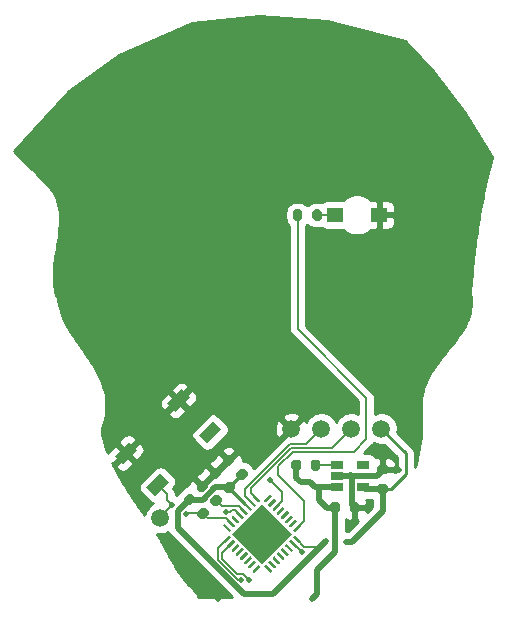
<source format=gbr>
G04 #@! TF.GenerationSoftware,KiCad,Pcbnew,(5.1.8)-1*
G04 #@! TF.CreationDate,2021-05-01T00:31:05-04:00*
G04 #@! TF.ProjectId,pcb,7063622e-6b69-4636-9164-5f7063625858,1*
G04 #@! TF.SameCoordinates,Original*
G04 #@! TF.FileFunction,Copper,L2,Bot*
G04 #@! TF.FilePolarity,Positive*
%FSLAX46Y46*%
G04 Gerber Fmt 4.6, Leading zero omitted, Abs format (unit mm)*
G04 Created by KiCad (PCBNEW (5.1.8)-1) date 2021-05-01 00:31:05*
%MOMM*%
%LPD*%
G01*
G04 APERTURE LIST*
G04 #@! TA.AperFunction,SMDPad,CuDef*
%ADD10C,1.500000*%
G04 #@! TD*
G04 #@! TA.AperFunction,SMDPad,CuDef*
%ADD11C,0.152400*%
G04 #@! TD*
G04 #@! TA.AperFunction,SMDPad,CuDef*
%ADD12R,1.060000X0.650000*%
G04 #@! TD*
G04 #@! TA.AperFunction,SMDPad,CuDef*
%ADD13R,1.400000X1.250000*%
G04 #@! TD*
G04 #@! TA.AperFunction,ViaPad*
%ADD14C,0.508000*%
G04 #@! TD*
G04 #@! TA.AperFunction,Conductor*
%ADD15C,0.152400*%
G04 #@! TD*
G04 #@! TA.AperFunction,Conductor*
%ADD16C,0.508000*%
G04 #@! TD*
G04 #@! TA.AperFunction,Conductor*
%ADD17C,0.254000*%
G04 #@! TD*
G04 APERTURE END LIST*
G04 #@! TA.AperFunction,SMDPad,CuDef*
G36*
G01*
X200639340Y-112228249D02*
X201028249Y-111839340D01*
G75*
G02*
X201311091Y-111839340I141421J-141421D01*
G01*
X201593934Y-112122183D01*
G75*
G02*
X201593934Y-112405025I-141421J-141421D01*
G01*
X201205025Y-112793934D01*
G75*
G02*
X200922183Y-112793934I-141421J141421D01*
G01*
X200639340Y-112511091D01*
G75*
G02*
X200639340Y-112228249I141421J141421D01*
G01*
G37*
G04 #@! TD.AperFunction*
G04 #@! TA.AperFunction,SMDPad,CuDef*
G36*
G01*
X201806066Y-113394975D02*
X202194975Y-113006066D01*
G75*
G02*
X202477817Y-113006066I141421J-141421D01*
G01*
X202760660Y-113288909D01*
G75*
G02*
X202760660Y-113571751I-141421J-141421D01*
G01*
X202371751Y-113960660D01*
G75*
G02*
X202088909Y-113960660I-141421J141421D01*
G01*
X201806066Y-113677817D01*
G75*
G02*
X201806066Y-113394975I141421J141421D01*
G01*
G37*
G04 #@! TD.AperFunction*
G04 #@! TA.AperFunction,SMDPad,CuDef*
G36*
G01*
X202693934Y-111305025D02*
X202305025Y-111693934D01*
G75*
G02*
X202022183Y-111693934I-141421J141421D01*
G01*
X201739340Y-111411091D01*
G75*
G02*
X201739340Y-111128249I141421J141421D01*
G01*
X202128249Y-110739340D01*
G75*
G02*
X202411091Y-110739340I141421J-141421D01*
G01*
X202693934Y-111022183D01*
G75*
G02*
X202693934Y-111305025I-141421J-141421D01*
G01*
G37*
G04 #@! TD.AperFunction*
G04 #@! TA.AperFunction,SMDPad,CuDef*
G36*
G01*
X203860660Y-112471751D02*
X203471751Y-112860660D01*
G75*
G02*
X203188909Y-112860660I-141421J141421D01*
G01*
X202906066Y-112577817D01*
G75*
G02*
X202906066Y-112294975I141421J141421D01*
G01*
X203294975Y-111906066D01*
G75*
G02*
X203577817Y-111906066I141421J-141421D01*
G01*
X203860660Y-112188909D01*
G75*
G02*
X203860660Y-112471751I-141421J-141421D01*
G01*
G37*
G04 #@! TD.AperFunction*
G04 #@! TA.AperFunction,SMDPad,CuDef*
G36*
G01*
X204960660Y-111371751D02*
X204571751Y-111760660D01*
G75*
G02*
X204288909Y-111760660I-141421J141421D01*
G01*
X204006066Y-111477817D01*
G75*
G02*
X204006066Y-111194975I141421J141421D01*
G01*
X204394975Y-110806066D01*
G75*
G02*
X204677817Y-110806066I141421J-141421D01*
G01*
X204960660Y-111088909D01*
G75*
G02*
X204960660Y-111371751I-141421J-141421D01*
G01*
G37*
G04 #@! TD.AperFunction*
G04 #@! TA.AperFunction,SMDPad,CuDef*
G36*
G01*
X203793934Y-110205025D02*
X203405025Y-110593934D01*
G75*
G02*
X203122183Y-110593934I-141421J141421D01*
G01*
X202839340Y-110311091D01*
G75*
G02*
X202839340Y-110028249I141421J141421D01*
G01*
X203228249Y-109639340D01*
G75*
G02*
X203511091Y-109639340I141421J-141421D01*
G01*
X203793934Y-109922183D01*
G75*
G02*
X203793934Y-110205025I-141421J-141421D01*
G01*
G37*
G04 #@! TD.AperFunction*
G04 #@! TA.AperFunction,SMDPad,CuDef*
G36*
G01*
X211975000Y-114375000D02*
X211975000Y-113825000D01*
G75*
G02*
X212175000Y-113625000I200000J0D01*
G01*
X212575000Y-113625000D01*
G75*
G02*
X212775000Y-113825000I0J-200000D01*
G01*
X212775000Y-114375000D01*
G75*
G02*
X212575000Y-114575000I-200000J0D01*
G01*
X212175000Y-114575000D01*
G75*
G02*
X211975000Y-114375000I0J200000D01*
G01*
G37*
G04 #@! TD.AperFunction*
G04 #@! TA.AperFunction,SMDPad,CuDef*
G36*
G01*
X213625000Y-114375000D02*
X213625000Y-113825000D01*
G75*
G02*
X213825000Y-113625000I200000J0D01*
G01*
X214225000Y-113625000D01*
G75*
G02*
X214425000Y-113825000I0J-200000D01*
G01*
X214425000Y-114375000D01*
G75*
G02*
X214225000Y-114575000I-200000J0D01*
G01*
X213825000Y-114575000D01*
G75*
G02*
X213625000Y-114375000I0J200000D01*
G01*
G37*
G04 #@! TD.AperFunction*
G04 #@! TA.AperFunction,SMDPad,CuDef*
G36*
G01*
X216675000Y-111275000D02*
X216125000Y-111275000D01*
G75*
G02*
X215925000Y-111075000I0J200000D01*
G01*
X215925000Y-110675000D01*
G75*
G02*
X216125000Y-110475000I200000J0D01*
G01*
X216675000Y-110475000D01*
G75*
G02*
X216875000Y-110675000I0J-200000D01*
G01*
X216875000Y-111075000D01*
G75*
G02*
X216675000Y-111275000I-200000J0D01*
G01*
G37*
G04 #@! TD.AperFunction*
G04 #@! TA.AperFunction,SMDPad,CuDef*
G36*
G01*
X216675000Y-112925000D02*
X216125000Y-112925000D01*
G75*
G02*
X215925000Y-112725000I0J200000D01*
G01*
X215925000Y-112325000D01*
G75*
G02*
X216125000Y-112125000I200000J0D01*
G01*
X216675000Y-112125000D01*
G75*
G02*
X216875000Y-112325000I0J-200000D01*
G01*
X216875000Y-112725000D01*
G75*
G02*
X216675000Y-112925000I-200000J0D01*
G01*
G37*
G04 #@! TD.AperFunction*
G04 #@! TA.AperFunction,SMDPad,CuDef*
G36*
G01*
X209475000Y-110225000D02*
X209475000Y-110775000D01*
G75*
G02*
X209275000Y-110975000I-200000J0D01*
G01*
X208875000Y-110975000D01*
G75*
G02*
X208675000Y-110775000I0J200000D01*
G01*
X208675000Y-110225000D01*
G75*
G02*
X208875000Y-110025000I200000J0D01*
G01*
X209275000Y-110025000D01*
G75*
G02*
X209475000Y-110225000I0J-200000D01*
G01*
G37*
G04 #@! TD.AperFunction*
G04 #@! TA.AperFunction,SMDPad,CuDef*
G36*
G01*
X211125000Y-110225000D02*
X211125000Y-110775000D01*
G75*
G02*
X210925000Y-110975000I-200000J0D01*
G01*
X210525000Y-110975000D01*
G75*
G02*
X210325000Y-110775000I0J200000D01*
G01*
X210325000Y-110225000D01*
G75*
G02*
X210525000Y-110025000I200000J0D01*
G01*
X210925000Y-110025000D01*
G75*
G02*
X211125000Y-110225000I0J-200000D01*
G01*
G37*
G04 #@! TD.AperFunction*
G04 #@! TA.AperFunction,SMDPad,CuDef*
G36*
G01*
X209595000Y-89055000D02*
X209595000Y-89605000D01*
G75*
G02*
X209395000Y-89805000I-200000J0D01*
G01*
X208995000Y-89805000D01*
G75*
G02*
X208795000Y-89605000I0J200000D01*
G01*
X208795000Y-89055000D01*
G75*
G02*
X208995000Y-88855000I200000J0D01*
G01*
X209395000Y-88855000D01*
G75*
G02*
X209595000Y-89055000I0J-200000D01*
G01*
G37*
G04 #@! TD.AperFunction*
G04 #@! TA.AperFunction,SMDPad,CuDef*
G36*
G01*
X211245000Y-89055000D02*
X211245000Y-89605000D01*
G75*
G02*
X211045000Y-89805000I-200000J0D01*
G01*
X210645000Y-89805000D01*
G75*
G02*
X210445000Y-89605000I0J200000D01*
G01*
X210445000Y-89055000D01*
G75*
G02*
X210645000Y-88855000I200000J0D01*
G01*
X211045000Y-88855000D01*
G75*
G02*
X211245000Y-89055000I0J-200000D01*
G01*
G37*
G04 #@! TD.AperFunction*
G04 #@! TA.AperFunction,SMDPad,CuDef*
G36*
G01*
X201660660Y-114671751D02*
X201271751Y-115060660D01*
G75*
G02*
X200988909Y-115060660I-141421J141421D01*
G01*
X200706066Y-114777817D01*
G75*
G02*
X200706066Y-114494975I141421J141421D01*
G01*
X201094975Y-114106066D01*
G75*
G02*
X201377817Y-114106066I141421J-141421D01*
G01*
X201660660Y-114388909D01*
G75*
G02*
X201660660Y-114671751I-141421J-141421D01*
G01*
G37*
G04 #@! TD.AperFunction*
G04 #@! TA.AperFunction,SMDPad,CuDef*
G36*
G01*
X200493934Y-113505025D02*
X200105025Y-113893934D01*
G75*
G02*
X199822183Y-113893934I-141421J141421D01*
G01*
X199539340Y-113611091D01*
G75*
G02*
X199539340Y-113328249I141421J141421D01*
G01*
X199928249Y-112939340D01*
G75*
G02*
X200211091Y-112939340I141421J-141421D01*
G01*
X200493934Y-113222183D01*
G75*
G02*
X200493934Y-113505025I-141421J-141421D01*
G01*
G37*
G04 #@! TD.AperFunction*
D10*
X216270000Y-107420000D03*
X211190000Y-107420000D03*
X213730000Y-107420000D03*
X208650000Y-107420000D03*
X197570000Y-114970000D03*
G04 #@! TA.AperFunction,SMDPad,CuDef*
G36*
G01*
X206933623Y-113003115D02*
X207022012Y-113091504D01*
G75*
G02*
X207022012Y-113179892I-44194J-44194D01*
G01*
X206544715Y-113657189D01*
G75*
G02*
X206456327Y-113657189I-44194J44194D01*
G01*
X206367938Y-113568800D01*
G75*
G02*
X206367938Y-113480412I44194J44194D01*
G01*
X206845235Y-113003115D01*
G75*
G02*
X206933623Y-113003115I44194J-44194D01*
G01*
G37*
G04 #@! TD.AperFunction*
G04 #@! TA.AperFunction,SMDPad,CuDef*
G36*
G01*
X207287176Y-113356668D02*
X207375565Y-113445057D01*
G75*
G02*
X207375565Y-113533445I-44194J-44194D01*
G01*
X206898268Y-114010742D01*
G75*
G02*
X206809880Y-114010742I-44194J44194D01*
G01*
X206721491Y-113922353D01*
G75*
G02*
X206721491Y-113833965I44194J44194D01*
G01*
X207198788Y-113356668D01*
G75*
G02*
X207287176Y-113356668I44194J-44194D01*
G01*
G37*
G04 #@! TD.AperFunction*
G04 #@! TA.AperFunction,SMDPad,CuDef*
G36*
G01*
X207640730Y-113710221D02*
X207729119Y-113798610D01*
G75*
G02*
X207729119Y-113886998I-44194J-44194D01*
G01*
X207251822Y-114364295D01*
G75*
G02*
X207163434Y-114364295I-44194J44194D01*
G01*
X207075045Y-114275906D01*
G75*
G02*
X207075045Y-114187518I44194J44194D01*
G01*
X207552342Y-113710221D01*
G75*
G02*
X207640730Y-113710221I44194J-44194D01*
G01*
G37*
G04 #@! TD.AperFunction*
G04 #@! TA.AperFunction,SMDPad,CuDef*
G36*
G01*
X207994283Y-114063775D02*
X208082672Y-114152164D01*
G75*
G02*
X208082672Y-114240552I-44194J-44194D01*
G01*
X207605375Y-114717849D01*
G75*
G02*
X207516987Y-114717849I-44194J44194D01*
G01*
X207428598Y-114629460D01*
G75*
G02*
X207428598Y-114541072I44194J44194D01*
G01*
X207905895Y-114063775D01*
G75*
G02*
X207994283Y-114063775I44194J-44194D01*
G01*
G37*
G04 #@! TD.AperFunction*
G04 #@! TA.AperFunction,SMDPad,CuDef*
G36*
G01*
X208347836Y-114417328D02*
X208436225Y-114505717D01*
G75*
G02*
X208436225Y-114594105I-44194J-44194D01*
G01*
X207958928Y-115071402D01*
G75*
G02*
X207870540Y-115071402I-44194J44194D01*
G01*
X207782151Y-114983013D01*
G75*
G02*
X207782151Y-114894625I44194J44194D01*
G01*
X208259448Y-114417328D01*
G75*
G02*
X208347836Y-114417328I44194J-44194D01*
G01*
G37*
G04 #@! TD.AperFunction*
G04 #@! TA.AperFunction,SMDPad,CuDef*
G36*
G01*
X208701390Y-114770881D02*
X208789779Y-114859270D01*
G75*
G02*
X208789779Y-114947658I-44194J-44194D01*
G01*
X208312482Y-115424955D01*
G75*
G02*
X208224094Y-115424955I-44194J44194D01*
G01*
X208135705Y-115336566D01*
G75*
G02*
X208135705Y-115248178I44194J44194D01*
G01*
X208613002Y-114770881D01*
G75*
G02*
X208701390Y-114770881I44194J-44194D01*
G01*
G37*
G04 #@! TD.AperFunction*
G04 #@! TA.AperFunction,SMDPad,CuDef*
G36*
G01*
X209054943Y-115124435D02*
X209143332Y-115212824D01*
G75*
G02*
X209143332Y-115301212I-44194J-44194D01*
G01*
X208666035Y-115778509D01*
G75*
G02*
X208577647Y-115778509I-44194J44194D01*
G01*
X208489258Y-115690120D01*
G75*
G02*
X208489258Y-115601732I44194J44194D01*
G01*
X208966555Y-115124435D01*
G75*
G02*
X209054943Y-115124435I44194J-44194D01*
G01*
G37*
G04 #@! TD.AperFunction*
G04 #@! TA.AperFunction,SMDPad,CuDef*
G36*
G01*
X209408496Y-115477988D02*
X209496885Y-115566377D01*
G75*
G02*
X209496885Y-115654765I-44194J-44194D01*
G01*
X209019588Y-116132062D01*
G75*
G02*
X208931200Y-116132062I-44194J44194D01*
G01*
X208842811Y-116043673D01*
G75*
G02*
X208842811Y-115955285I44194J44194D01*
G01*
X209320108Y-115477988D01*
G75*
G02*
X209408496Y-115477988I44194J-44194D01*
G01*
G37*
G04 #@! TD.AperFunction*
G04 #@! TA.AperFunction,SMDPad,CuDef*
G36*
G01*
X209019588Y-116467938D02*
X209496885Y-116945235D01*
G75*
G02*
X209496885Y-117033623I-44194J-44194D01*
G01*
X209408496Y-117122012D01*
G75*
G02*
X209320108Y-117122012I-44194J44194D01*
G01*
X208842811Y-116644715D01*
G75*
G02*
X208842811Y-116556327I44194J44194D01*
G01*
X208931200Y-116467938D01*
G75*
G02*
X209019588Y-116467938I44194J-44194D01*
G01*
G37*
G04 #@! TD.AperFunction*
G04 #@! TA.AperFunction,SMDPad,CuDef*
G36*
G01*
X208666035Y-116821491D02*
X209143332Y-117298788D01*
G75*
G02*
X209143332Y-117387176I-44194J-44194D01*
G01*
X209054943Y-117475565D01*
G75*
G02*
X208966555Y-117475565I-44194J44194D01*
G01*
X208489258Y-116998268D01*
G75*
G02*
X208489258Y-116909880I44194J44194D01*
G01*
X208577647Y-116821491D01*
G75*
G02*
X208666035Y-116821491I44194J-44194D01*
G01*
G37*
G04 #@! TD.AperFunction*
G04 #@! TA.AperFunction,SMDPad,CuDef*
G36*
G01*
X208312482Y-117175045D02*
X208789779Y-117652342D01*
G75*
G02*
X208789779Y-117740730I-44194J-44194D01*
G01*
X208701390Y-117829119D01*
G75*
G02*
X208613002Y-117829119I-44194J44194D01*
G01*
X208135705Y-117351822D01*
G75*
G02*
X208135705Y-117263434I44194J44194D01*
G01*
X208224094Y-117175045D01*
G75*
G02*
X208312482Y-117175045I44194J-44194D01*
G01*
G37*
G04 #@! TD.AperFunction*
G04 #@! TA.AperFunction,SMDPad,CuDef*
G36*
G01*
X207958928Y-117528598D02*
X208436225Y-118005895D01*
G75*
G02*
X208436225Y-118094283I-44194J-44194D01*
G01*
X208347836Y-118182672D01*
G75*
G02*
X208259448Y-118182672I-44194J44194D01*
G01*
X207782151Y-117705375D01*
G75*
G02*
X207782151Y-117616987I44194J44194D01*
G01*
X207870540Y-117528598D01*
G75*
G02*
X207958928Y-117528598I44194J-44194D01*
G01*
G37*
G04 #@! TD.AperFunction*
G04 #@! TA.AperFunction,SMDPad,CuDef*
G36*
G01*
X207605375Y-117882151D02*
X208082672Y-118359448D01*
G75*
G02*
X208082672Y-118447836I-44194J-44194D01*
G01*
X207994283Y-118536225D01*
G75*
G02*
X207905895Y-118536225I-44194J44194D01*
G01*
X207428598Y-118058928D01*
G75*
G02*
X207428598Y-117970540I44194J44194D01*
G01*
X207516987Y-117882151D01*
G75*
G02*
X207605375Y-117882151I44194J-44194D01*
G01*
G37*
G04 #@! TD.AperFunction*
G04 #@! TA.AperFunction,SMDPad,CuDef*
G36*
G01*
X207251822Y-118235705D02*
X207729119Y-118713002D01*
G75*
G02*
X207729119Y-118801390I-44194J-44194D01*
G01*
X207640730Y-118889779D01*
G75*
G02*
X207552342Y-118889779I-44194J44194D01*
G01*
X207075045Y-118412482D01*
G75*
G02*
X207075045Y-118324094I44194J44194D01*
G01*
X207163434Y-118235705D01*
G75*
G02*
X207251822Y-118235705I44194J-44194D01*
G01*
G37*
G04 #@! TD.AperFunction*
G04 #@! TA.AperFunction,SMDPad,CuDef*
G36*
G01*
X206898268Y-118589258D02*
X207375565Y-119066555D01*
G75*
G02*
X207375565Y-119154943I-44194J-44194D01*
G01*
X207287176Y-119243332D01*
G75*
G02*
X207198788Y-119243332I-44194J44194D01*
G01*
X206721491Y-118766035D01*
G75*
G02*
X206721491Y-118677647I44194J44194D01*
G01*
X206809880Y-118589258D01*
G75*
G02*
X206898268Y-118589258I44194J-44194D01*
G01*
G37*
G04 #@! TD.AperFunction*
G04 #@! TA.AperFunction,SMDPad,CuDef*
G36*
G01*
X206544715Y-118942811D02*
X207022012Y-119420108D01*
G75*
G02*
X207022012Y-119508496I-44194J-44194D01*
G01*
X206933623Y-119596885D01*
G75*
G02*
X206845235Y-119596885I-44194J44194D01*
G01*
X206367938Y-119119588D01*
G75*
G02*
X206367938Y-119031200I44194J44194D01*
G01*
X206456327Y-118942811D01*
G75*
G02*
X206544715Y-118942811I44194J-44194D01*
G01*
G37*
G04 #@! TD.AperFunction*
G04 #@! TA.AperFunction,SMDPad,CuDef*
G36*
G01*
X205943673Y-118942811D02*
X206032062Y-119031200D01*
G75*
G02*
X206032062Y-119119588I-44194J-44194D01*
G01*
X205554765Y-119596885D01*
G75*
G02*
X205466377Y-119596885I-44194J44194D01*
G01*
X205377988Y-119508496D01*
G75*
G02*
X205377988Y-119420108I44194J44194D01*
G01*
X205855285Y-118942811D01*
G75*
G02*
X205943673Y-118942811I44194J-44194D01*
G01*
G37*
G04 #@! TD.AperFunction*
G04 #@! TA.AperFunction,SMDPad,CuDef*
G36*
G01*
X205590120Y-118589258D02*
X205678509Y-118677647D01*
G75*
G02*
X205678509Y-118766035I-44194J-44194D01*
G01*
X205201212Y-119243332D01*
G75*
G02*
X205112824Y-119243332I-44194J44194D01*
G01*
X205024435Y-119154943D01*
G75*
G02*
X205024435Y-119066555I44194J44194D01*
G01*
X205501732Y-118589258D01*
G75*
G02*
X205590120Y-118589258I44194J-44194D01*
G01*
G37*
G04 #@! TD.AperFunction*
G04 #@! TA.AperFunction,SMDPad,CuDef*
G36*
G01*
X205236566Y-118235705D02*
X205324955Y-118324094D01*
G75*
G02*
X205324955Y-118412482I-44194J-44194D01*
G01*
X204847658Y-118889779D01*
G75*
G02*
X204759270Y-118889779I-44194J44194D01*
G01*
X204670881Y-118801390D01*
G75*
G02*
X204670881Y-118713002I44194J44194D01*
G01*
X205148178Y-118235705D01*
G75*
G02*
X205236566Y-118235705I44194J-44194D01*
G01*
G37*
G04 #@! TD.AperFunction*
G04 #@! TA.AperFunction,SMDPad,CuDef*
G36*
G01*
X204883013Y-117882151D02*
X204971402Y-117970540D01*
G75*
G02*
X204971402Y-118058928I-44194J-44194D01*
G01*
X204494105Y-118536225D01*
G75*
G02*
X204405717Y-118536225I-44194J44194D01*
G01*
X204317328Y-118447836D01*
G75*
G02*
X204317328Y-118359448I44194J44194D01*
G01*
X204794625Y-117882151D01*
G75*
G02*
X204883013Y-117882151I44194J-44194D01*
G01*
G37*
G04 #@! TD.AperFunction*
G04 #@! TA.AperFunction,SMDPad,CuDef*
G36*
G01*
X204529460Y-117528598D02*
X204617849Y-117616987D01*
G75*
G02*
X204617849Y-117705375I-44194J-44194D01*
G01*
X204140552Y-118182672D01*
G75*
G02*
X204052164Y-118182672I-44194J44194D01*
G01*
X203963775Y-118094283D01*
G75*
G02*
X203963775Y-118005895I44194J44194D01*
G01*
X204441072Y-117528598D01*
G75*
G02*
X204529460Y-117528598I44194J-44194D01*
G01*
G37*
G04 #@! TD.AperFunction*
G04 #@! TA.AperFunction,SMDPad,CuDef*
G36*
G01*
X204175906Y-117175045D02*
X204264295Y-117263434D01*
G75*
G02*
X204264295Y-117351822I-44194J-44194D01*
G01*
X203786998Y-117829119D01*
G75*
G02*
X203698610Y-117829119I-44194J44194D01*
G01*
X203610221Y-117740730D01*
G75*
G02*
X203610221Y-117652342I44194J44194D01*
G01*
X204087518Y-117175045D01*
G75*
G02*
X204175906Y-117175045I44194J-44194D01*
G01*
G37*
G04 #@! TD.AperFunction*
G04 #@! TA.AperFunction,SMDPad,CuDef*
G36*
G01*
X203822353Y-116821491D02*
X203910742Y-116909880D01*
G75*
G02*
X203910742Y-116998268I-44194J-44194D01*
G01*
X203433445Y-117475565D01*
G75*
G02*
X203345057Y-117475565I-44194J44194D01*
G01*
X203256668Y-117387176D01*
G75*
G02*
X203256668Y-117298788I44194J44194D01*
G01*
X203733965Y-116821491D01*
G75*
G02*
X203822353Y-116821491I44194J-44194D01*
G01*
G37*
G04 #@! TD.AperFunction*
G04 #@! TA.AperFunction,SMDPad,CuDef*
G36*
G01*
X203468800Y-116467938D02*
X203557189Y-116556327D01*
G75*
G02*
X203557189Y-116644715I-44194J-44194D01*
G01*
X203079892Y-117122012D01*
G75*
G02*
X202991504Y-117122012I-44194J44194D01*
G01*
X202903115Y-117033623D01*
G75*
G02*
X202903115Y-116945235I44194J44194D01*
G01*
X203380412Y-116467938D01*
G75*
G02*
X203468800Y-116467938I44194J-44194D01*
G01*
G37*
G04 #@! TD.AperFunction*
G04 #@! TA.AperFunction,SMDPad,CuDef*
G36*
G01*
X203079892Y-115477988D02*
X203557189Y-115955285D01*
G75*
G02*
X203557189Y-116043673I-44194J-44194D01*
G01*
X203468800Y-116132062D01*
G75*
G02*
X203380412Y-116132062I-44194J44194D01*
G01*
X202903115Y-115654765D01*
G75*
G02*
X202903115Y-115566377I44194J44194D01*
G01*
X202991504Y-115477988D01*
G75*
G02*
X203079892Y-115477988I44194J-44194D01*
G01*
G37*
G04 #@! TD.AperFunction*
G04 #@! TA.AperFunction,SMDPad,CuDef*
G36*
G01*
X203433445Y-115124435D02*
X203910742Y-115601732D01*
G75*
G02*
X203910742Y-115690120I-44194J-44194D01*
G01*
X203822353Y-115778509D01*
G75*
G02*
X203733965Y-115778509I-44194J44194D01*
G01*
X203256668Y-115301212D01*
G75*
G02*
X203256668Y-115212824I44194J44194D01*
G01*
X203345057Y-115124435D01*
G75*
G02*
X203433445Y-115124435I44194J-44194D01*
G01*
G37*
G04 #@! TD.AperFunction*
G04 #@! TA.AperFunction,SMDPad,CuDef*
G36*
G01*
X203786998Y-114770881D02*
X204264295Y-115248178D01*
G75*
G02*
X204264295Y-115336566I-44194J-44194D01*
G01*
X204175906Y-115424955D01*
G75*
G02*
X204087518Y-115424955I-44194J44194D01*
G01*
X203610221Y-114947658D01*
G75*
G02*
X203610221Y-114859270I44194J44194D01*
G01*
X203698610Y-114770881D01*
G75*
G02*
X203786998Y-114770881I44194J-44194D01*
G01*
G37*
G04 #@! TD.AperFunction*
G04 #@! TA.AperFunction,SMDPad,CuDef*
G36*
G01*
X204140552Y-114417328D02*
X204617849Y-114894625D01*
G75*
G02*
X204617849Y-114983013I-44194J-44194D01*
G01*
X204529460Y-115071402D01*
G75*
G02*
X204441072Y-115071402I-44194J44194D01*
G01*
X203963775Y-114594105D01*
G75*
G02*
X203963775Y-114505717I44194J44194D01*
G01*
X204052164Y-114417328D01*
G75*
G02*
X204140552Y-114417328I44194J-44194D01*
G01*
G37*
G04 #@! TD.AperFunction*
G04 #@! TA.AperFunction,SMDPad,CuDef*
G36*
G01*
X204494105Y-114063775D02*
X204971402Y-114541072D01*
G75*
G02*
X204971402Y-114629460I-44194J-44194D01*
G01*
X204883013Y-114717849D01*
G75*
G02*
X204794625Y-114717849I-44194J44194D01*
G01*
X204317328Y-114240552D01*
G75*
G02*
X204317328Y-114152164I44194J44194D01*
G01*
X204405717Y-114063775D01*
G75*
G02*
X204494105Y-114063775I44194J-44194D01*
G01*
G37*
G04 #@! TD.AperFunction*
G04 #@! TA.AperFunction,SMDPad,CuDef*
G36*
G01*
X204847658Y-113710221D02*
X205324955Y-114187518D01*
G75*
G02*
X205324955Y-114275906I-44194J-44194D01*
G01*
X205236566Y-114364295D01*
G75*
G02*
X205148178Y-114364295I-44194J44194D01*
G01*
X204670881Y-113886998D01*
G75*
G02*
X204670881Y-113798610I44194J44194D01*
G01*
X204759270Y-113710221D01*
G75*
G02*
X204847658Y-113710221I44194J-44194D01*
G01*
G37*
G04 #@! TD.AperFunction*
G04 #@! TA.AperFunction,SMDPad,CuDef*
G36*
G01*
X205201212Y-113356668D02*
X205678509Y-113833965D01*
G75*
G02*
X205678509Y-113922353I-44194J-44194D01*
G01*
X205590120Y-114010742D01*
G75*
G02*
X205501732Y-114010742I-44194J44194D01*
G01*
X205024435Y-113533445D01*
G75*
G02*
X205024435Y-113445057I44194J44194D01*
G01*
X205112824Y-113356668D01*
G75*
G02*
X205201212Y-113356668I44194J-44194D01*
G01*
G37*
G04 #@! TD.AperFunction*
G04 #@! TA.AperFunction,SMDPad,CuDef*
G36*
G01*
X205554765Y-113003115D02*
X206032062Y-113480412D01*
G75*
G02*
X206032062Y-113568800I-44194J-44194D01*
G01*
X205943673Y-113657189D01*
G75*
G02*
X205855285Y-113657189I-44194J44194D01*
G01*
X205377988Y-113179892D01*
G75*
G02*
X205377988Y-113091504I44194J44194D01*
G01*
X205466377Y-113003115D01*
G75*
G02*
X205554765Y-113003115I44194J-44194D01*
G01*
G37*
G04 #@! TD.AperFunction*
G04 #@! TA.AperFunction,SMDPad,CuDef*
D11*
G36*
X206200000Y-113754416D02*
G01*
X208745584Y-116300000D01*
X206200000Y-118845584D01*
X203654416Y-116300000D01*
X206200000Y-113754416D01*
G37*
G04 #@! TD.AperFunction*
D12*
X212500000Y-112350000D03*
X212500000Y-111400000D03*
X212500000Y-110450000D03*
X214700000Y-110450000D03*
X214700000Y-112350000D03*
D13*
X212390000Y-89320000D03*
X216090000Y-89320000D03*
G04 #@! TA.AperFunction,SMDPad,CuDef*
D11*
G36*
X197088630Y-113115483D02*
G01*
X196381523Y-112408376D01*
X197583604Y-111206295D01*
X198290711Y-111913402D01*
X197088630Y-113115483D01*
G37*
G04 #@! TD.AperFunction*
G04 #@! TA.AperFunction,SMDPad,CuDef*
G36*
X201543402Y-108660711D02*
G01*
X200836295Y-107953604D01*
X202038376Y-106751523D01*
X202745483Y-107458630D01*
X201543402Y-108660711D01*
G37*
G04 #@! TD.AperFunction*
G04 #@! TA.AperFunction,SMDPad,CuDef*
G36*
X194401624Y-110428477D02*
G01*
X193694517Y-109721370D01*
X194896598Y-108519289D01*
X195603705Y-109226396D01*
X194401624Y-110428477D01*
G37*
G04 #@! TD.AperFunction*
G04 #@! TA.AperFunction,SMDPad,CuDef*
G36*
X198856396Y-105973705D02*
G01*
X198149289Y-105266598D01*
X199351370Y-104064517D01*
X200058477Y-104771624D01*
X198856396Y-105973705D01*
G37*
G04 #@! TD.AperFunction*
D14*
X203120000Y-114490000D03*
X202430000Y-121860000D03*
X202430000Y-121270000D03*
X215200000Y-113950000D03*
X213810000Y-111400000D03*
X216330000Y-109560000D03*
X217820000Y-110940000D03*
X202380000Y-109290000D03*
X201330000Y-110270000D03*
X200170000Y-111250000D03*
X209530000Y-117830000D03*
X213290000Y-116970000D03*
X211600000Y-116920000D03*
X210450000Y-121800000D03*
X210870000Y-121370000D03*
X204371974Y-120198026D03*
X205090000Y-120200000D03*
X199753611Y-114613611D03*
X198600000Y-113850000D03*
X206870000Y-111770000D03*
D15*
X203479210Y-114490000D02*
X203629210Y-114340000D01*
X203120000Y-114490000D02*
X203479210Y-114490000D01*
X203886447Y-114340000D02*
X204290812Y-114744365D01*
X203629210Y-114340000D02*
X203886447Y-114340000D01*
D16*
X201116637Y-112316637D02*
X202216637Y-111216637D01*
X202216637Y-111216637D02*
X203316637Y-110116637D01*
X215875000Y-111400000D02*
X216400000Y-110875000D01*
X213763599Y-113838599D02*
X213763599Y-111446401D01*
X213763599Y-111446401D02*
X213810000Y-111400000D01*
X214025000Y-114100000D02*
X213763599Y-113838599D01*
X213810000Y-111400000D02*
X215875000Y-111400000D01*
X212500000Y-111400000D02*
X213810000Y-111400000D01*
X202430000Y-121860000D02*
X202430000Y-121270000D01*
D15*
X215050000Y-114100000D02*
X215200000Y-113950000D01*
X214025000Y-114100000D02*
X215050000Y-114100000D01*
X216400000Y-109630000D02*
X216330000Y-109560000D01*
X216400000Y-110875000D02*
X216400000Y-109630000D01*
X217755000Y-110875000D02*
X217820000Y-110940000D01*
X216400000Y-110875000D02*
X217755000Y-110875000D01*
X203206637Y-110116637D02*
X202380000Y-109290000D01*
X203316637Y-110116637D02*
X203206637Y-110116637D01*
X202216637Y-111156637D02*
X201330000Y-110270000D01*
X202216637Y-111216637D02*
X202216637Y-111156637D01*
X201116637Y-112196637D02*
X200170000Y-111250000D01*
X201116637Y-112316637D02*
X201116637Y-112196637D01*
X208848528Y-117148528D02*
X209530000Y-117830000D01*
X208816295Y-117148528D02*
X208848528Y-117148528D01*
X204644365Y-114390812D02*
X204243553Y-113990000D01*
X202790000Y-113990000D02*
X202283363Y-113483363D01*
X204243553Y-113990000D02*
X202790000Y-113990000D01*
X204777519Y-113816859D02*
X204776859Y-113816859D01*
X204997918Y-114037258D02*
X204777519Y-113816859D01*
X203383363Y-112423363D02*
X203383363Y-112383363D01*
D17*
X204776859Y-113816859D02*
X203383363Y-112423363D01*
X204483363Y-111283363D02*
X203383363Y-112383363D01*
D16*
X203383363Y-112383363D02*
X202190349Y-112383363D01*
X201157075Y-113416637D02*
X202190349Y-112383363D01*
X200016637Y-113416637D02*
X201157075Y-113416637D01*
X214875000Y-112525000D02*
X214700000Y-112350000D01*
X216400000Y-112525000D02*
X214875000Y-112525000D01*
X216400000Y-112525000D02*
X216400000Y-114400000D01*
X216400000Y-114400000D02*
X213830000Y-116970000D01*
X213830000Y-116970000D02*
X213290000Y-116970000D01*
X207130000Y-121390000D02*
X204630000Y-121390000D01*
X204630000Y-121390000D02*
X199080000Y-115840000D01*
X199080000Y-114353274D02*
X200016637Y-113416637D01*
X199080000Y-115840000D02*
X199080000Y-114353274D01*
D17*
X216400000Y-112525000D02*
X217115000Y-112525000D01*
X218353401Y-109503401D02*
X216270000Y-107420000D01*
X218353401Y-111286599D02*
X218353401Y-109503401D01*
X217115000Y-112525000D02*
X218353401Y-111286599D01*
D15*
X209764873Y-117390000D02*
X209169848Y-116794975D01*
X211130000Y-117390000D02*
X209764873Y-117390000D01*
D16*
X211600000Y-116920000D02*
X211130000Y-117390000D01*
X211130000Y-117390000D02*
X207130000Y-121390000D01*
X212375000Y-117845000D02*
X212375000Y-114100000D01*
X210870000Y-119350000D02*
X212375000Y-117845000D01*
X212375000Y-114100000D02*
X211650000Y-114100000D01*
X211650000Y-114100000D02*
X211040000Y-113490000D01*
X210240000Y-111950000D02*
X209450000Y-111950000D01*
X209075000Y-111575000D02*
X209075000Y-110500000D01*
X209450000Y-111950000D02*
X209075000Y-111575000D01*
X210640000Y-112350000D02*
X210240000Y-111950000D01*
X211040000Y-113070000D02*
X211040000Y-112440000D01*
X210950000Y-112350000D02*
X210640000Y-112350000D01*
X212500000Y-112350000D02*
X210950000Y-112350000D01*
X211040000Y-112440000D02*
X210950000Y-112350000D01*
X211040000Y-113490000D02*
X211040000Y-113070000D01*
X211040000Y-113070000D02*
X211040000Y-112750000D01*
D15*
X210870000Y-121370000D02*
X210870000Y-121380000D01*
D16*
X210870000Y-121380000D02*
X210450000Y-121800000D01*
X210870000Y-121370000D02*
X210870000Y-120740000D01*
X210870000Y-120740000D02*
X210870000Y-121380000D01*
X210870000Y-120740000D02*
X210870000Y-119350000D01*
D15*
X203230152Y-116794975D02*
X202470000Y-117555127D01*
X202470000Y-117555127D02*
X202470000Y-118547488D01*
X204120538Y-120198026D02*
X204371974Y-120198026D01*
X202470000Y-118547488D02*
X204120538Y-120198026D01*
X203583705Y-117148528D02*
X202774810Y-117957423D01*
X202774810Y-117957423D02*
X202774810Y-118421232D01*
X202774810Y-118421232D02*
X204051789Y-119698211D01*
X204051789Y-119698211D02*
X204598211Y-119698211D01*
X205090000Y-120190000D02*
X205090000Y-120200000D01*
X204598211Y-119698211D02*
X205090000Y-120190000D01*
X212450000Y-110500000D02*
X212500000Y-110450000D01*
X210725000Y-110500000D02*
X212450000Y-110500000D01*
X209169848Y-115805025D02*
X209770000Y-115204873D01*
X209770000Y-115204873D02*
X209770000Y-113570000D01*
X207530000Y-111330000D02*
X207530000Y-110592132D01*
X209770000Y-113570000D02*
X207530000Y-111330000D01*
X207530000Y-110592132D02*
X208772512Y-109349620D01*
X208772512Y-109349620D02*
X213960380Y-109349620D01*
X213960380Y-109349620D02*
X215020000Y-108290000D01*
X209195000Y-89330000D02*
X209195000Y-98985000D01*
X215020000Y-104810000D02*
X215020000Y-106130000D01*
X209195000Y-98985000D02*
X215020000Y-104810000D01*
X215020000Y-106130000D02*
X215020000Y-106070000D01*
X215020000Y-108290000D02*
X215020000Y-106130000D01*
X210855000Y-89320000D02*
X210845000Y-89330000D01*
X212390000Y-89320000D02*
X210855000Y-89320000D01*
X201470000Y-114870000D02*
X201183363Y-114583363D01*
X201580000Y-114980000D02*
X201470000Y-114870000D01*
X203112233Y-114980000D02*
X201580000Y-114980000D01*
X203583705Y-115451472D02*
X203112233Y-114980000D01*
X199783859Y-114583363D02*
X199753611Y-114613611D01*
X201183363Y-114583363D02*
X199783859Y-114583363D01*
X198600000Y-113850000D02*
X198160000Y-113410000D01*
X198160000Y-112984772D02*
X197336117Y-112160889D01*
X198160000Y-113410000D02*
X198160000Y-112984772D01*
X197570000Y-114880000D02*
X197570000Y-114970000D01*
X198600000Y-113850000D02*
X197570000Y-114880000D01*
X204760000Y-113092233D02*
X205351472Y-113683705D01*
X204760000Y-112500000D02*
X204760000Y-113092233D01*
X209870000Y-108740000D02*
X208520000Y-108740000D01*
X208520000Y-108740000D02*
X204760000Y-112500000D01*
X211190000Y-107420000D02*
X209870000Y-108740000D01*
X205250000Y-112875127D02*
X205705025Y-113330152D01*
X205250000Y-112441066D02*
X205250000Y-112875127D01*
X212105190Y-109044810D02*
X208646256Y-109044810D01*
X208646256Y-109044810D02*
X205250000Y-112441066D01*
X213730000Y-107420000D02*
X212105190Y-109044810D01*
X207402082Y-114037258D02*
X207890000Y-113549340D01*
X207890000Y-113549340D02*
X207890000Y-112790000D01*
X207890000Y-112790000D02*
X206870000Y-111770000D01*
D17*
X198254697Y-116181850D02*
X198337247Y-116336290D01*
X198448341Y-116471659D01*
X198482264Y-116499499D01*
X203605765Y-121623000D01*
X200799030Y-121623000D01*
X200793871Y-121570619D01*
X200757558Y-121450911D01*
X200698589Y-121340588D01*
X200619230Y-121243890D01*
X200589862Y-121219788D01*
X200507775Y-121141071D01*
X200411926Y-121046695D01*
X200317062Y-120950812D01*
X200223164Y-120853412D01*
X200130260Y-120754530D01*
X200038324Y-120654145D01*
X199947289Y-120552192D01*
X199857327Y-120448867D01*
X199768280Y-120343996D01*
X199680226Y-120237676D01*
X199593244Y-120130010D01*
X199507128Y-120020750D01*
X199422118Y-119910201D01*
X199338081Y-119798201D01*
X199255109Y-119684877D01*
X199173070Y-119570057D01*
X199092073Y-119453894D01*
X199012169Y-119336468D01*
X198933222Y-119217585D01*
X198855367Y-119097455D01*
X198778529Y-118975965D01*
X198702774Y-118853228D01*
X198628024Y-118729118D01*
X198554383Y-118603813D01*
X198481739Y-118477128D01*
X198410264Y-118349370D01*
X198339780Y-118220222D01*
X198270389Y-118089873D01*
X198202122Y-117958390D01*
X198134888Y-117825600D01*
X198068816Y-117691759D01*
X198002426Y-117553805D01*
X197995209Y-117541935D01*
X197989872Y-117529112D01*
X197985628Y-117521327D01*
X197812670Y-117209282D01*
X197811576Y-117207696D01*
X197810803Y-117205939D01*
X197806404Y-117198240D01*
X197624559Y-116885094D01*
X197623940Y-116884234D01*
X197623496Y-116883270D01*
X197618965Y-116875648D01*
X197429137Y-116561395D01*
X197428986Y-116561192D01*
X197428876Y-116560963D01*
X197424232Y-116553409D01*
X197281454Y-116324738D01*
X197433589Y-116355000D01*
X197706411Y-116355000D01*
X197973989Y-116301775D01*
X198226043Y-116197371D01*
X198253783Y-116178836D01*
X198254697Y-116181850D01*
G04 #@! TA.AperFunction,Conductor*
D15*
G36*
X198254697Y-116181850D02*
G01*
X198337247Y-116336290D01*
X198448341Y-116471659D01*
X198482264Y-116499499D01*
X203605765Y-121623000D01*
X200799030Y-121623000D01*
X200793871Y-121570619D01*
X200757558Y-121450911D01*
X200698589Y-121340588D01*
X200619230Y-121243890D01*
X200589862Y-121219788D01*
X200507775Y-121141071D01*
X200411926Y-121046695D01*
X200317062Y-120950812D01*
X200223164Y-120853412D01*
X200130260Y-120754530D01*
X200038324Y-120654145D01*
X199947289Y-120552192D01*
X199857327Y-120448867D01*
X199768280Y-120343996D01*
X199680226Y-120237676D01*
X199593244Y-120130010D01*
X199507128Y-120020750D01*
X199422118Y-119910201D01*
X199338081Y-119798201D01*
X199255109Y-119684877D01*
X199173070Y-119570057D01*
X199092073Y-119453894D01*
X199012169Y-119336468D01*
X198933222Y-119217585D01*
X198855367Y-119097455D01*
X198778529Y-118975965D01*
X198702774Y-118853228D01*
X198628024Y-118729118D01*
X198554383Y-118603813D01*
X198481739Y-118477128D01*
X198410264Y-118349370D01*
X198339780Y-118220222D01*
X198270389Y-118089873D01*
X198202122Y-117958390D01*
X198134888Y-117825600D01*
X198068816Y-117691759D01*
X198002426Y-117553805D01*
X197995209Y-117541935D01*
X197989872Y-117529112D01*
X197985628Y-117521327D01*
X197812670Y-117209282D01*
X197811576Y-117207696D01*
X197810803Y-117205939D01*
X197806404Y-117198240D01*
X197624559Y-116885094D01*
X197623940Y-116884234D01*
X197623496Y-116883270D01*
X197618965Y-116875648D01*
X197429137Y-116561395D01*
X197428986Y-116561192D01*
X197428876Y-116560963D01*
X197424232Y-116553409D01*
X197281454Y-116324738D01*
X197433589Y-116355000D01*
X197706411Y-116355000D01*
X197973989Y-116301775D01*
X198226043Y-116197371D01*
X198253783Y-116178836D01*
X198254697Y-116181850D01*
G37*
G04 #@! TD.AperFunction*
D17*
X215511001Y-114031763D02*
X215061550Y-114481215D01*
X215060000Y-114385750D01*
X214901250Y-114227000D01*
X214152000Y-114227000D01*
X214152000Y-115051250D01*
X214310750Y-115210000D01*
X214332188Y-115210576D01*
X213461765Y-116081000D01*
X213264000Y-116081000D01*
X213264000Y-115100198D01*
X213270506Y-115105537D01*
X213380820Y-115164502D01*
X213500518Y-115200812D01*
X213625000Y-115213072D01*
X213739250Y-115210000D01*
X213898000Y-115051250D01*
X213898000Y-114227000D01*
X213878000Y-114227000D01*
X213878000Y-113973000D01*
X213898000Y-113973000D01*
X213898000Y-113953000D01*
X214152000Y-113953000D01*
X214152000Y-113973000D01*
X214901250Y-113973000D01*
X215060000Y-113814250D01*
X215063072Y-113625000D01*
X215050812Y-113500518D01*
X215024567Y-113414000D01*
X215511000Y-113414000D01*
X215511001Y-114031763D01*
G04 #@! TA.AperFunction,Conductor*
D15*
G36*
X215511001Y-114031763D02*
G01*
X215061550Y-114481215D01*
X215060000Y-114385750D01*
X214901250Y-114227000D01*
X214152000Y-114227000D01*
X214152000Y-115051250D01*
X214310750Y-115210000D01*
X214332188Y-115210576D01*
X213461765Y-116081000D01*
X213264000Y-116081000D01*
X213264000Y-115100198D01*
X213270506Y-115105537D01*
X213380820Y-115164502D01*
X213500518Y-115200812D01*
X213625000Y-115213072D01*
X213739250Y-115210000D01*
X213898000Y-115051250D01*
X213898000Y-114227000D01*
X213878000Y-114227000D01*
X213878000Y-113973000D01*
X213898000Y-113973000D01*
X213898000Y-113953000D01*
X214152000Y-113953000D01*
X214152000Y-113973000D01*
X214901250Y-113973000D01*
X215060000Y-113814250D01*
X215063072Y-113625000D01*
X215050812Y-113500518D01*
X215024567Y-113414000D01*
X215511000Y-113414000D01*
X215511001Y-114031763D01*
G37*
G04 #@! TD.AperFunction*
D17*
X211669887Y-72935852D02*
X218252954Y-74564243D01*
X220673163Y-77152385D01*
X223385302Y-80662213D01*
X225677310Y-84403463D01*
X225677137Y-84403833D01*
X225674067Y-84416292D01*
X225669110Y-84428124D01*
X225666557Y-84436616D01*
X225576703Y-84743243D01*
X225576686Y-84743335D01*
X225574645Y-84750424D01*
X225486987Y-85063140D01*
X225486967Y-85063250D01*
X225485121Y-85069941D01*
X225399648Y-85388431D01*
X225399627Y-85388559D01*
X225397952Y-85394886D01*
X225314653Y-85718836D01*
X225314631Y-85718977D01*
X225313110Y-85724966D01*
X225231972Y-86054060D01*
X225231952Y-86054201D01*
X225230561Y-86059900D01*
X225151575Y-86393824D01*
X225151555Y-86393973D01*
X225150285Y-86399390D01*
X225073439Y-86737832D01*
X225073419Y-86737988D01*
X225072257Y-86743144D01*
X224997539Y-87085787D01*
X224997521Y-87085939D01*
X224996452Y-87090870D01*
X224923852Y-87437401D01*
X224923834Y-87437564D01*
X224922853Y-87442267D01*
X224852359Y-87792373D01*
X224852343Y-87792526D01*
X224851437Y-87797040D01*
X224783037Y-88150402D01*
X224783022Y-88150562D01*
X224782185Y-88154889D01*
X224715870Y-88511198D01*
X224715856Y-88511358D01*
X224715082Y-88515514D01*
X224650840Y-88874453D01*
X224650827Y-88874615D01*
X224650111Y-88878609D01*
X224587929Y-89239863D01*
X224587918Y-89240019D01*
X224587251Y-89243879D01*
X224527120Y-89607136D01*
X224527110Y-89607289D01*
X224526490Y-89611015D01*
X224468398Y-89975959D01*
X224468389Y-89976109D01*
X224467811Y-89979716D01*
X224411747Y-90346031D01*
X224411738Y-90346190D01*
X224411201Y-90349673D01*
X224357153Y-90717049D01*
X224357146Y-90717198D01*
X224356643Y-90720585D01*
X224304600Y-91088706D01*
X224304594Y-91088853D01*
X224304123Y-91092148D01*
X224254075Y-91460698D01*
X224254070Y-91460844D01*
X224253629Y-91464050D01*
X224205563Y-91832716D01*
X224205559Y-91832855D01*
X224205144Y-91835991D01*
X224159051Y-92204458D01*
X224159047Y-92204603D01*
X224158659Y-92207657D01*
X224114525Y-92575612D01*
X224114522Y-92575757D01*
X224114157Y-92578747D01*
X224071973Y-92945875D01*
X224071971Y-92946017D01*
X224071627Y-92948952D01*
X224031381Y-93314938D01*
X224031379Y-93315080D01*
X224031056Y-93317964D01*
X223992737Y-93682493D01*
X223992736Y-93682635D01*
X223992431Y-93685474D01*
X223956028Y-94048234D01*
X223956028Y-94048365D01*
X223955739Y-94051176D01*
X223921240Y-94411852D01*
X223921240Y-94411994D01*
X223920969Y-94414762D01*
X223888363Y-94773038D01*
X223888364Y-94773169D01*
X223888106Y-94775926D01*
X223857383Y-95131490D01*
X223857385Y-95131627D01*
X223857142Y-95134357D01*
X223828289Y-95486893D01*
X223828291Y-95487032D01*
X223828062Y-95489751D01*
X223801069Y-95838946D01*
X223801133Y-95842074D01*
X223800619Y-95845162D01*
X223802408Y-95903963D01*
X223803620Y-95962860D01*
X223804292Y-95965922D01*
X223804387Y-95969044D01*
X223805581Y-95977831D01*
X223857768Y-96342599D01*
X223876241Y-96666309D01*
X223867193Y-96977236D01*
X223832675Y-97277890D01*
X223774333Y-97570553D01*
X223693509Y-97857228D01*
X223591388Y-98139546D01*
X223469179Y-98418691D01*
X223328162Y-98695621D01*
X223169841Y-98970962D01*
X222995851Y-99245307D01*
X222807993Y-99519191D01*
X222608217Y-99793137D01*
X222398656Y-100067606D01*
X222181258Y-100343473D01*
X221958474Y-100621103D01*
X221732937Y-100900783D01*
X221732869Y-100900886D01*
X221731353Y-100902755D01*
X221506880Y-101183397D01*
X221506810Y-101183504D01*
X221502772Y-101188588D01*
X221281991Y-101470591D01*
X221281472Y-101471407D01*
X221280810Y-101472105D01*
X221275414Y-101479141D01*
X221060568Y-101763381D01*
X221058939Y-101766041D01*
X221056848Y-101768353D01*
X221051620Y-101775516D01*
X220844953Y-102062870D01*
X220842271Y-102067493D01*
X220838812Y-102071562D01*
X220833807Y-102078881D01*
X220637562Y-102370224D01*
X220633930Y-102376950D01*
X220629204Y-102382959D01*
X220624480Y-102390463D01*
X220440900Y-102686672D01*
X220436480Y-102695658D01*
X220430651Y-102703804D01*
X220426273Y-102711515D01*
X220257602Y-103013465D01*
X220252631Y-103024849D01*
X220245945Y-103035323D01*
X220241981Y-103043255D01*
X220090463Y-103351822D01*
X220085261Y-103365697D01*
X220078058Y-103378645D01*
X220074581Y-103386802D01*
X219942459Y-103702863D01*
X219937430Y-103719223D01*
X219930145Y-103734701D01*
X219927228Y-103743074D01*
X219816745Y-104067504D01*
X219812359Y-104086193D01*
X219805495Y-104104123D01*
X219803208Y-104112690D01*
X219716607Y-104446367D01*
X219713348Y-104467062D01*
X219707442Y-104487160D01*
X219705845Y-104495882D01*
X219645371Y-104839680D01*
X219643674Y-104861857D01*
X219639214Y-104883641D01*
X219638353Y-104892466D01*
X219606249Y-105247262D01*
X219606421Y-105270226D01*
X219603768Y-105293042D01*
X219603670Y-105301909D01*
X219602179Y-105668579D01*
X219604338Y-105691564D01*
X219603664Y-105714639D01*
X219604333Y-105723481D01*
X219635017Y-106094651D01*
X219662900Y-106588156D01*
X219669896Y-107072777D01*
X219656938Y-107553831D01*
X219624643Y-108031395D01*
X219573618Y-108505520D01*
X219504455Y-108976300D01*
X219417756Y-109443688D01*
X219314092Y-109907781D01*
X219194055Y-110368529D01*
X219115401Y-110633406D01*
X219115401Y-109540824D01*
X219119087Y-109503401D01*
X219114578Y-109457619D01*
X219104375Y-109354023D01*
X219060803Y-109210386D01*
X219021595Y-109137033D01*
X218990046Y-109078008D01*
X218918680Y-108991049D01*
X218894823Y-108961979D01*
X218865753Y-108938122D01*
X217626636Y-107699006D01*
X217655000Y-107556411D01*
X217655000Y-107283589D01*
X217601775Y-107016011D01*
X217497371Y-106763957D01*
X217345799Y-106537114D01*
X217152886Y-106344201D01*
X216926043Y-106192629D01*
X216673989Y-106088225D01*
X216406411Y-106035000D01*
X216133589Y-106035000D01*
X215866011Y-106088225D01*
X215731200Y-106144065D01*
X215731200Y-104844925D01*
X215734640Y-104809999D01*
X215731200Y-104775073D01*
X215731200Y-104775064D01*
X215720909Y-104670580D01*
X215680242Y-104536519D01*
X215614202Y-104412967D01*
X215597826Y-104393013D01*
X215547597Y-104331809D01*
X215547593Y-104331805D01*
X215525326Y-104304673D01*
X215498195Y-104282407D01*
X209906200Y-98690413D01*
X209906200Y-90264414D01*
X209987606Y-90197606D01*
X210020000Y-90158134D01*
X210052394Y-90197606D01*
X210179392Y-90301831D01*
X210324284Y-90379278D01*
X210481500Y-90426969D01*
X210645000Y-90443072D01*
X211045000Y-90443072D01*
X211208500Y-90426969D01*
X211258021Y-90411947D01*
X211335506Y-90475537D01*
X211445820Y-90534502D01*
X211565518Y-90570812D01*
X211690000Y-90583072D01*
X213049411Y-90583072D01*
X213134002Y-90667663D01*
X213418169Y-90857537D01*
X213733919Y-90988325D01*
X214069117Y-91055000D01*
X214410883Y-91055000D01*
X214746081Y-90988325D01*
X215061831Y-90857537D01*
X215345998Y-90667663D01*
X215430892Y-90582769D01*
X215804250Y-90580000D01*
X215963000Y-90421250D01*
X215963000Y-89551211D01*
X215975000Y-89490883D01*
X215975000Y-89447000D01*
X216217000Y-89447000D01*
X216217000Y-90421250D01*
X216375750Y-90580000D01*
X216790000Y-90583072D01*
X216914482Y-90570812D01*
X217034180Y-90534502D01*
X217144494Y-90475537D01*
X217241185Y-90396185D01*
X217320537Y-90299494D01*
X217379502Y-90189180D01*
X217415812Y-90069482D01*
X217428072Y-89945000D01*
X217425000Y-89605750D01*
X217266250Y-89447000D01*
X216217000Y-89447000D01*
X215975000Y-89447000D01*
X215975000Y-89149117D01*
X215963000Y-89088789D01*
X215963000Y-88218750D01*
X216217000Y-88218750D01*
X216217000Y-89193000D01*
X217266250Y-89193000D01*
X217425000Y-89034250D01*
X217428072Y-88695000D01*
X217415812Y-88570518D01*
X217379502Y-88450820D01*
X217320537Y-88340506D01*
X217241185Y-88243815D01*
X217144494Y-88164463D01*
X217034180Y-88105498D01*
X216914482Y-88069188D01*
X216790000Y-88056928D01*
X216375750Y-88060000D01*
X216217000Y-88218750D01*
X215963000Y-88218750D01*
X215804250Y-88060000D01*
X215430892Y-88057231D01*
X215345998Y-87972337D01*
X215061831Y-87782463D01*
X214746081Y-87651675D01*
X214410883Y-87585000D01*
X214069117Y-87585000D01*
X213733919Y-87651675D01*
X213418169Y-87782463D01*
X213134002Y-87972337D01*
X213049411Y-88056928D01*
X211690000Y-88056928D01*
X211565518Y-88069188D01*
X211445820Y-88105498D01*
X211335506Y-88164463D01*
X211240228Y-88242656D01*
X211208500Y-88233031D01*
X211045000Y-88216928D01*
X210645000Y-88216928D01*
X210481500Y-88233031D01*
X210324284Y-88280722D01*
X210179392Y-88358169D01*
X210052394Y-88462394D01*
X210020000Y-88501866D01*
X209987606Y-88462394D01*
X209860608Y-88358169D01*
X209715716Y-88280722D01*
X209558500Y-88233031D01*
X209395000Y-88216928D01*
X208995000Y-88216928D01*
X208831500Y-88233031D01*
X208674284Y-88280722D01*
X208529392Y-88358169D01*
X208402394Y-88462394D01*
X208298169Y-88589392D01*
X208220722Y-88734284D01*
X208173031Y-88891500D01*
X208156928Y-89055000D01*
X208156928Y-89605000D01*
X208173031Y-89768500D01*
X208220722Y-89925716D01*
X208298169Y-90070608D01*
X208402394Y-90197606D01*
X208483800Y-90264415D01*
X208483801Y-98950064D01*
X208480360Y-98985000D01*
X208483801Y-99019936D01*
X208494092Y-99124420D01*
X208527907Y-99235893D01*
X208534759Y-99258481D01*
X208600798Y-99382032D01*
X208667052Y-99462762D01*
X208689674Y-99490327D01*
X208716810Y-99512597D01*
X214308800Y-105104588D01*
X214308801Y-106035055D01*
X214308800Y-106035064D01*
X214308800Y-106160634D01*
X214133989Y-106088225D01*
X213866411Y-106035000D01*
X213593589Y-106035000D01*
X213326011Y-106088225D01*
X213073957Y-106192629D01*
X212847114Y-106344201D01*
X212654201Y-106537114D01*
X212502629Y-106763957D01*
X212460000Y-106866873D01*
X212417371Y-106763957D01*
X212265799Y-106537114D01*
X212072886Y-106344201D01*
X211846043Y-106192629D01*
X211593989Y-106088225D01*
X211326411Y-106035000D01*
X211053589Y-106035000D01*
X210786011Y-106088225D01*
X210533957Y-106192629D01*
X210307114Y-106344201D01*
X210114201Y-106537114D01*
X209962629Y-106763957D01*
X209921489Y-106863279D01*
X209906277Y-106821168D01*
X209845860Y-106708137D01*
X209606993Y-106642612D01*
X208829605Y-107420000D01*
X208843748Y-107434143D01*
X208664143Y-107613748D01*
X208650000Y-107599605D01*
X208016117Y-108233488D01*
X208014673Y-108234673D01*
X208013488Y-108236117D01*
X207872612Y-108376993D01*
X207873604Y-108380608D01*
X205504089Y-110750123D01*
X205411845Y-110637724D01*
X205129002Y-110354881D01*
X205002004Y-110250656D01*
X204857112Y-110173209D01*
X204699896Y-110125518D01*
X204568603Y-110112587D01*
X204573427Y-110063604D01*
X204561167Y-109939123D01*
X204524858Y-109819424D01*
X204465893Y-109709110D01*
X204386540Y-109612419D01*
X204303581Y-109533804D01*
X204079075Y-109533804D01*
X203496242Y-110116637D01*
X203510385Y-110130780D01*
X203330780Y-110310385D01*
X203316637Y-110296242D01*
X202396242Y-111216637D01*
X202410385Y-111230780D01*
X202230780Y-111410385D01*
X202216637Y-111396242D01*
X202202495Y-111410385D01*
X202022890Y-111230780D01*
X202037032Y-111216637D01*
X201507232Y-110686837D01*
X201282726Y-110686837D01*
X201146734Y-110818485D01*
X201067381Y-110915176D01*
X201008416Y-111025490D01*
X200989116Y-111089116D01*
X200925490Y-111108416D01*
X200815176Y-111167381D01*
X200718485Y-111246734D01*
X200586837Y-111382726D01*
X200586837Y-111607232D01*
X201116637Y-112137032D01*
X201341946Y-111911724D01*
X201373349Y-111943127D01*
X200954293Y-112362183D01*
X200922890Y-112330780D01*
X200937032Y-112316637D01*
X200407232Y-111786837D01*
X200182726Y-111786837D01*
X200046734Y-111918485D01*
X199967381Y-112015176D01*
X199908416Y-112125490D01*
X199872107Y-112245189D01*
X199869677Y-112269862D01*
X199748954Y-112306483D01*
X199604062Y-112383930D01*
X199477064Y-112488155D01*
X199088155Y-112877064D01*
X198983930Y-113004062D01*
X198965234Y-113039039D01*
X198873056Y-113000857D01*
X198874640Y-112984772D01*
X198871200Y-112949843D01*
X198871200Y-112949837D01*
X198860909Y-112845352D01*
X198820242Y-112711291D01*
X198754202Y-112587739D01*
X198742688Y-112573709D01*
X198687598Y-112506581D01*
X198687593Y-112506576D01*
X198665327Y-112479445D01*
X198644297Y-112462186D01*
X198741896Y-112364587D01*
X198821248Y-112267896D01*
X198880213Y-112157582D01*
X198916523Y-112037884D01*
X198928783Y-111913402D01*
X198916523Y-111788920D01*
X198880213Y-111669222D01*
X198821248Y-111558908D01*
X198741896Y-111462217D01*
X198034789Y-110755110D01*
X197938098Y-110675758D01*
X197827784Y-110616793D01*
X197708086Y-110580483D01*
X197583604Y-110568223D01*
X197459122Y-110580483D01*
X197339424Y-110616793D01*
X197229110Y-110675758D01*
X197132419Y-110755110D01*
X195930338Y-111957191D01*
X195850986Y-112053882D01*
X195792021Y-112164196D01*
X195755711Y-112283894D01*
X195743451Y-112408376D01*
X195755711Y-112532858D01*
X195792021Y-112652556D01*
X195850986Y-112762870D01*
X195930338Y-112859561D01*
X196637445Y-113566668D01*
X196734136Y-113646020D01*
X196844450Y-113704985D01*
X196937034Y-113733070D01*
X196913957Y-113742629D01*
X196687114Y-113894201D01*
X196494201Y-114087114D01*
X196342629Y-114313957D01*
X196238225Y-114566011D01*
X196210468Y-114705553D01*
X196154299Y-114623139D01*
X196154254Y-114623085D01*
X196153625Y-114622152D01*
X195933207Y-114300049D01*
X195712350Y-113977274D01*
X195492440Y-113654534D01*
X195274246Y-113331653D01*
X195058449Y-113008322D01*
X194846318Y-112685127D01*
X194638568Y-112361843D01*
X194436121Y-112038571D01*
X194239839Y-111715336D01*
X194050594Y-111392203D01*
X193869253Y-111069247D01*
X193696689Y-110746585D01*
X193572761Y-110501486D01*
X193801113Y-110501486D01*
X193801113Y-110725992D01*
X193950439Y-110879662D01*
X194047130Y-110959015D01*
X194157444Y-111017979D01*
X194277142Y-111054289D01*
X194401624Y-111066549D01*
X194526105Y-111054289D01*
X194645803Y-111017979D01*
X194756117Y-110959015D01*
X194852809Y-110879662D01*
X195249621Y-110478505D01*
X195249621Y-110282726D01*
X201686837Y-110282726D01*
X201686837Y-110507232D01*
X202216637Y-111037032D01*
X203137032Y-110116637D01*
X202607232Y-109586837D01*
X202382726Y-109586837D01*
X202246734Y-109718485D01*
X202167381Y-109815176D01*
X202108416Y-109925490D01*
X202089116Y-109989116D01*
X202025490Y-110008416D01*
X201915176Y-110067381D01*
X201818485Y-110146734D01*
X201686837Y-110282726D01*
X195249621Y-110282726D01*
X195249621Y-110253999D01*
X194649111Y-109653488D01*
X193801113Y-110501486D01*
X193572761Y-110501486D01*
X193533756Y-110424346D01*
X193485194Y-110321881D01*
X193621508Y-110321881D01*
X194469506Y-109473883D01*
X194828716Y-109473883D01*
X195429227Y-110074393D01*
X195653733Y-110074393D01*
X196054890Y-109677581D01*
X196134243Y-109580889D01*
X196193207Y-109470575D01*
X196229517Y-109350877D01*
X196241777Y-109226396D01*
X196229517Y-109101914D01*
X196193207Y-108982216D01*
X196134243Y-108871902D01*
X196054890Y-108775211D01*
X195901220Y-108625885D01*
X195676714Y-108625885D01*
X194828716Y-109473883D01*
X194469506Y-109473883D01*
X193868995Y-108873373D01*
X193644489Y-108873373D01*
X193243332Y-109270185D01*
X193163979Y-109366877D01*
X193112029Y-109464069D01*
X193110797Y-109461015D01*
X192994361Y-109141411D01*
X192891431Y-108822732D01*
X192802685Y-108505016D01*
X192794343Y-108469261D01*
X194048601Y-108469261D01*
X194048601Y-108693767D01*
X194649111Y-109294278D01*
X195497109Y-108446280D01*
X195497109Y-108221774D01*
X195347783Y-108068104D01*
X195251092Y-107988751D01*
X195185337Y-107953604D01*
X200198223Y-107953604D01*
X200210483Y-108078086D01*
X200246793Y-108197784D01*
X200305758Y-108308098D01*
X200385110Y-108404789D01*
X201092217Y-109111896D01*
X201188908Y-109191248D01*
X201299222Y-109250213D01*
X201418920Y-109286523D01*
X201543402Y-109298783D01*
X201667884Y-109286523D01*
X201787582Y-109250213D01*
X201897896Y-109191248D01*
X201908280Y-109182726D01*
X202786837Y-109182726D01*
X202786837Y-109407232D01*
X203316637Y-109937032D01*
X203899470Y-109354199D01*
X203899470Y-109129693D01*
X203820855Y-109046734D01*
X203724164Y-108967381D01*
X203613850Y-108908416D01*
X203494151Y-108872107D01*
X203369670Y-108859847D01*
X203245189Y-108872107D01*
X203125490Y-108908416D01*
X203015176Y-108967381D01*
X202918485Y-109046734D01*
X202786837Y-109182726D01*
X201908280Y-109182726D01*
X201994587Y-109111896D01*
X203196668Y-107909815D01*
X203276020Y-107813124D01*
X203334985Y-107702810D01*
X203371295Y-107583112D01*
X203380219Y-107492492D01*
X207260188Y-107492492D01*
X207301035Y-107762238D01*
X207393723Y-108018832D01*
X207454140Y-108131863D01*
X207693007Y-108197388D01*
X208470395Y-107420000D01*
X207693007Y-106642612D01*
X207454140Y-106708137D01*
X207338240Y-106955116D01*
X207272750Y-107219960D01*
X207260188Y-107492492D01*
X203380219Y-107492492D01*
X203383555Y-107458630D01*
X203371295Y-107334148D01*
X203334985Y-107214450D01*
X203276020Y-107104136D01*
X203196668Y-107007445D01*
X202652230Y-106463007D01*
X207872612Y-106463007D01*
X208650000Y-107240395D01*
X209427388Y-106463007D01*
X209361863Y-106224140D01*
X209114884Y-106108240D01*
X208850040Y-106042750D01*
X208577508Y-106030188D01*
X208307762Y-106071035D01*
X208051168Y-106163723D01*
X207938137Y-106224140D01*
X207872612Y-106463007D01*
X202652230Y-106463007D01*
X202489561Y-106300338D01*
X202392870Y-106220986D01*
X202282556Y-106162021D01*
X202162858Y-106125711D01*
X202038376Y-106113451D01*
X201913894Y-106125711D01*
X201794196Y-106162021D01*
X201683882Y-106220986D01*
X201587191Y-106300338D01*
X200385110Y-107502419D01*
X200305758Y-107599110D01*
X200246793Y-107709424D01*
X200210483Y-107829122D01*
X200198223Y-107953604D01*
X195185337Y-107953604D01*
X195140778Y-107929787D01*
X195021080Y-107893477D01*
X194896598Y-107881217D01*
X194772117Y-107893477D01*
X194652419Y-107929787D01*
X194542105Y-107988751D01*
X194445413Y-108068104D01*
X194048601Y-108469261D01*
X192794343Y-108469261D01*
X192728781Y-108188279D01*
X192670360Y-107872559D01*
X192628013Y-107557688D01*
X192613023Y-107374172D01*
X192714312Y-107118965D01*
X192720271Y-107098249D01*
X192728820Y-107078460D01*
X192731466Y-107069997D01*
X192848510Y-106686328D01*
X192852980Y-106664089D01*
X192860171Y-106642572D01*
X192862087Y-106633914D01*
X192942270Y-106259213D01*
X192944901Y-106236042D01*
X192950337Y-106213361D01*
X192951491Y-106204569D01*
X192971088Y-106046714D01*
X198255885Y-106046714D01*
X198255885Y-106271220D01*
X198405211Y-106424890D01*
X198501902Y-106504243D01*
X198612216Y-106563207D01*
X198731914Y-106599517D01*
X198856396Y-106611777D01*
X198980877Y-106599517D01*
X199100575Y-106563207D01*
X199210889Y-106504243D01*
X199307581Y-106424890D01*
X199704393Y-106023733D01*
X199704393Y-105799227D01*
X199103883Y-105198716D01*
X198255885Y-106046714D01*
X192971088Y-106046714D01*
X192996968Y-105838264D01*
X192997571Y-105814894D01*
X193001013Y-105791766D01*
X193001394Y-105782907D01*
X193014321Y-105424429D01*
X193012914Y-105401647D01*
X193014329Y-105378859D01*
X193013950Y-105369999D01*
X193008808Y-105266598D01*
X197511217Y-105266598D01*
X197523477Y-105391080D01*
X197559787Y-105510778D01*
X197618751Y-105621092D01*
X197698104Y-105717783D01*
X197851774Y-105867109D01*
X198076280Y-105867109D01*
X198924278Y-105019111D01*
X199283488Y-105019111D01*
X199883999Y-105619621D01*
X200108505Y-105619621D01*
X200509662Y-105222809D01*
X200589015Y-105126117D01*
X200647979Y-105015803D01*
X200684289Y-104896105D01*
X200696549Y-104771624D01*
X200684289Y-104647142D01*
X200647979Y-104527444D01*
X200589015Y-104417130D01*
X200509662Y-104320439D01*
X200355992Y-104171113D01*
X200131486Y-104171113D01*
X199283488Y-105019111D01*
X198924278Y-105019111D01*
X198323767Y-104418601D01*
X198099261Y-104418601D01*
X197698104Y-104815413D01*
X197618751Y-104912105D01*
X197559787Y-105022419D01*
X197523477Y-105142117D01*
X197511217Y-105266598D01*
X193008808Y-105266598D01*
X192996483Y-105018779D01*
X192993294Y-104997308D01*
X192992856Y-104975604D01*
X192991751Y-104966806D01*
X192946044Y-104622273D01*
X192941468Y-104602695D01*
X192939514Y-104582688D01*
X192937735Y-104574002D01*
X192865943Y-104235588D01*
X192860465Y-104218296D01*
X192857426Y-104200410D01*
X192855035Y-104191871D01*
X192804027Y-104014489D01*
X198503373Y-104014489D01*
X198503373Y-104238995D01*
X199103883Y-104839506D01*
X199951881Y-103991508D01*
X199951881Y-103767002D01*
X199802555Y-103613332D01*
X199705864Y-103533979D01*
X199595550Y-103475015D01*
X199475852Y-103438705D01*
X199351370Y-103426445D01*
X199226889Y-103438705D01*
X199107191Y-103475015D01*
X198996877Y-103533979D01*
X198900185Y-103613332D01*
X198503373Y-104014489D01*
X192804027Y-104014489D01*
X192759315Y-103859005D01*
X192753430Y-103844175D01*
X192749757Y-103828653D01*
X192746824Y-103820284D01*
X192629329Y-103492398D01*
X192623493Y-103480060D01*
X192619600Y-103466977D01*
X192616196Y-103458789D01*
X192479083Y-103135312D01*
X192473666Y-103125365D01*
X192469901Y-103114678D01*
X192466097Y-103106669D01*
X192311519Y-102787032D01*
X192306806Y-102779313D01*
X192303440Y-102770913D01*
X192299300Y-102763072D01*
X192129415Y-102446706D01*
X192125606Y-102441023D01*
X192122836Y-102434763D01*
X192118420Y-102427074D01*
X191935382Y-102113409D01*
X191932608Y-102109573D01*
X191930569Y-102105300D01*
X191925934Y-102097741D01*
X191731898Y-101786206D01*
X191730241Y-101784048D01*
X191729015Y-101781621D01*
X191724211Y-101774168D01*
X191521332Y-101464195D01*
X191520834Y-101463576D01*
X191520468Y-101462880D01*
X191515542Y-101455507D01*
X191305976Y-101146526D01*
X191305902Y-101146437D01*
X191302162Y-101140966D01*
X191088064Y-100832406D01*
X191087969Y-100832295D01*
X191086262Y-100829823D01*
X190870053Y-100521498D01*
X190870010Y-100521436D01*
X190654366Y-100213516D01*
X190442890Y-99907562D01*
X190237396Y-99602682D01*
X190039979Y-99298499D01*
X189852701Y-98994711D01*
X189677486Y-98690951D01*
X189516232Y-98386966D01*
X189370712Y-98082487D01*
X189242542Y-97777110D01*
X189133263Y-97470476D01*
X189044246Y-97161927D01*
X188976802Y-96850623D01*
X188928796Y-96511094D01*
X188925517Y-96497589D01*
X188924318Y-96483743D01*
X188910920Y-96437470D01*
X188899552Y-96390653D01*
X188893712Y-96378041D01*
X188889847Y-96364694D01*
X188886504Y-96356481D01*
X188772992Y-96083094D01*
X188690434Y-95827020D01*
X188626853Y-95562408D01*
X188580971Y-95288959D01*
X188551602Y-95006711D01*
X188537551Y-94716045D01*
X188537535Y-94417459D01*
X188550162Y-94111685D01*
X188573927Y-93799485D01*
X188607223Y-93481560D01*
X188648327Y-93158849D01*
X188695468Y-92831996D01*
X188746791Y-92501758D01*
X188800421Y-92168597D01*
X188800421Y-92168595D01*
X188800426Y-92168566D01*
X188854097Y-91835046D01*
X188854106Y-91834896D01*
X188854652Y-91831535D01*
X188906123Y-91499860D01*
X188906129Y-91499750D01*
X188907183Y-91492761D01*
X188954472Y-91163521D01*
X188954519Y-91162477D01*
X188954764Y-91161463D01*
X188955935Y-91152673D01*
X188997064Y-90826460D01*
X188997148Y-90823414D01*
X188997794Y-90820437D01*
X188998758Y-90811622D01*
X189031745Y-90489025D01*
X189031767Y-90483846D01*
X189032711Y-90478754D01*
X189033408Y-90469914D01*
X189056273Y-90151525D01*
X189056079Y-90144060D01*
X189057164Y-90136679D01*
X189057530Y-90127819D01*
X189068293Y-89814228D01*
X189067665Y-89804338D01*
X189068664Y-89794472D01*
X189068630Y-89785605D01*
X189065310Y-89477402D01*
X189063955Y-89464959D01*
X189064551Y-89452452D01*
X189064045Y-89443599D01*
X189044663Y-89141375D01*
X189042206Y-89126320D01*
X189041989Y-89111069D01*
X189040937Y-89102265D01*
X189003511Y-88806611D01*
X188999510Y-88789022D01*
X188997981Y-88771047D01*
X188996310Y-88762339D01*
X188938861Y-88473845D01*
X188932837Y-88453971D01*
X188929445Y-88433486D01*
X188927090Y-88424937D01*
X188847638Y-88144193D01*
X188839148Y-88122531D01*
X188833366Y-88100001D01*
X188830276Y-88091690D01*
X188726839Y-87819287D01*
X188715577Y-87796592D01*
X188707014Y-87772753D01*
X188703161Y-87764767D01*
X188573759Y-87501296D01*
X188559669Y-87478533D01*
X188548193Y-87454346D01*
X188543576Y-87446776D01*
X188386230Y-87192828D01*
X188369575Y-87171030D01*
X188355402Y-87147559D01*
X188350050Y-87140489D01*
X188162779Y-86896654D01*
X188144162Y-86876777D01*
X188127840Y-86854985D01*
X188121812Y-86848482D01*
X187902633Y-86615350D01*
X187882877Y-86598075D01*
X187865198Y-86578688D01*
X187858571Y-86572796D01*
X187626670Y-86369509D01*
X187329182Y-86058062D01*
X187329064Y-86057960D01*
X187325957Y-86054709D01*
X187007128Y-85725779D01*
X187007006Y-85725676D01*
X187004062Y-85722638D01*
X186683444Y-85396403D01*
X186683328Y-85396306D01*
X186680545Y-85393471D01*
X186358249Y-85069760D01*
X186358125Y-85069658D01*
X186355523Y-85067039D01*
X186031662Y-84745678D01*
X186031543Y-84745581D01*
X186029113Y-84743163D01*
X185703800Y-84423982D01*
X185703690Y-84423893D01*
X185701434Y-84421672D01*
X185374780Y-84104496D01*
X185374667Y-84104406D01*
X185372600Y-84102390D01*
X185144719Y-83883223D01*
X186962589Y-81946926D01*
X186963999Y-81945400D01*
X189835043Y-78785258D01*
X194033346Y-75760888D01*
X200242213Y-73034559D01*
X205931135Y-72507439D01*
X211669887Y-72935852D01*
G04 #@! TA.AperFunction,Conductor*
D15*
G36*
X211669887Y-72935852D02*
G01*
X218252954Y-74564243D01*
X220673163Y-77152385D01*
X223385302Y-80662213D01*
X225677310Y-84403463D01*
X225677137Y-84403833D01*
X225674067Y-84416292D01*
X225669110Y-84428124D01*
X225666557Y-84436616D01*
X225576703Y-84743243D01*
X225576686Y-84743335D01*
X225574645Y-84750424D01*
X225486987Y-85063140D01*
X225486967Y-85063250D01*
X225485121Y-85069941D01*
X225399648Y-85388431D01*
X225399627Y-85388559D01*
X225397952Y-85394886D01*
X225314653Y-85718836D01*
X225314631Y-85718977D01*
X225313110Y-85724966D01*
X225231972Y-86054060D01*
X225231952Y-86054201D01*
X225230561Y-86059900D01*
X225151575Y-86393824D01*
X225151555Y-86393973D01*
X225150285Y-86399390D01*
X225073439Y-86737832D01*
X225073419Y-86737988D01*
X225072257Y-86743144D01*
X224997539Y-87085787D01*
X224997521Y-87085939D01*
X224996452Y-87090870D01*
X224923852Y-87437401D01*
X224923834Y-87437564D01*
X224922853Y-87442267D01*
X224852359Y-87792373D01*
X224852343Y-87792526D01*
X224851437Y-87797040D01*
X224783037Y-88150402D01*
X224783022Y-88150562D01*
X224782185Y-88154889D01*
X224715870Y-88511198D01*
X224715856Y-88511358D01*
X224715082Y-88515514D01*
X224650840Y-88874453D01*
X224650827Y-88874615D01*
X224650111Y-88878609D01*
X224587929Y-89239863D01*
X224587918Y-89240019D01*
X224587251Y-89243879D01*
X224527120Y-89607136D01*
X224527110Y-89607289D01*
X224526490Y-89611015D01*
X224468398Y-89975959D01*
X224468389Y-89976109D01*
X224467811Y-89979716D01*
X224411747Y-90346031D01*
X224411738Y-90346190D01*
X224411201Y-90349673D01*
X224357153Y-90717049D01*
X224357146Y-90717198D01*
X224356643Y-90720585D01*
X224304600Y-91088706D01*
X224304594Y-91088853D01*
X224304123Y-91092148D01*
X224254075Y-91460698D01*
X224254070Y-91460844D01*
X224253629Y-91464050D01*
X224205563Y-91832716D01*
X224205559Y-91832855D01*
X224205144Y-91835991D01*
X224159051Y-92204458D01*
X224159047Y-92204603D01*
X224158659Y-92207657D01*
X224114525Y-92575612D01*
X224114522Y-92575757D01*
X224114157Y-92578747D01*
X224071973Y-92945875D01*
X224071971Y-92946017D01*
X224071627Y-92948952D01*
X224031381Y-93314938D01*
X224031379Y-93315080D01*
X224031056Y-93317964D01*
X223992737Y-93682493D01*
X223992736Y-93682635D01*
X223992431Y-93685474D01*
X223956028Y-94048234D01*
X223956028Y-94048365D01*
X223955739Y-94051176D01*
X223921240Y-94411852D01*
X223921240Y-94411994D01*
X223920969Y-94414762D01*
X223888363Y-94773038D01*
X223888364Y-94773169D01*
X223888106Y-94775926D01*
X223857383Y-95131490D01*
X223857385Y-95131627D01*
X223857142Y-95134357D01*
X223828289Y-95486893D01*
X223828291Y-95487032D01*
X223828062Y-95489751D01*
X223801069Y-95838946D01*
X223801133Y-95842074D01*
X223800619Y-95845162D01*
X223802408Y-95903963D01*
X223803620Y-95962860D01*
X223804292Y-95965922D01*
X223804387Y-95969044D01*
X223805581Y-95977831D01*
X223857768Y-96342599D01*
X223876241Y-96666309D01*
X223867193Y-96977236D01*
X223832675Y-97277890D01*
X223774333Y-97570553D01*
X223693509Y-97857228D01*
X223591388Y-98139546D01*
X223469179Y-98418691D01*
X223328162Y-98695621D01*
X223169841Y-98970962D01*
X222995851Y-99245307D01*
X222807993Y-99519191D01*
X222608217Y-99793137D01*
X222398656Y-100067606D01*
X222181258Y-100343473D01*
X221958474Y-100621103D01*
X221732937Y-100900783D01*
X221732869Y-100900886D01*
X221731353Y-100902755D01*
X221506880Y-101183397D01*
X221506810Y-101183504D01*
X221502772Y-101188588D01*
X221281991Y-101470591D01*
X221281472Y-101471407D01*
X221280810Y-101472105D01*
X221275414Y-101479141D01*
X221060568Y-101763381D01*
X221058939Y-101766041D01*
X221056848Y-101768353D01*
X221051620Y-101775516D01*
X220844953Y-102062870D01*
X220842271Y-102067493D01*
X220838812Y-102071562D01*
X220833807Y-102078881D01*
X220637562Y-102370224D01*
X220633930Y-102376950D01*
X220629204Y-102382959D01*
X220624480Y-102390463D01*
X220440900Y-102686672D01*
X220436480Y-102695658D01*
X220430651Y-102703804D01*
X220426273Y-102711515D01*
X220257602Y-103013465D01*
X220252631Y-103024849D01*
X220245945Y-103035323D01*
X220241981Y-103043255D01*
X220090463Y-103351822D01*
X220085261Y-103365697D01*
X220078058Y-103378645D01*
X220074581Y-103386802D01*
X219942459Y-103702863D01*
X219937430Y-103719223D01*
X219930145Y-103734701D01*
X219927228Y-103743074D01*
X219816745Y-104067504D01*
X219812359Y-104086193D01*
X219805495Y-104104123D01*
X219803208Y-104112690D01*
X219716607Y-104446367D01*
X219713348Y-104467062D01*
X219707442Y-104487160D01*
X219705845Y-104495882D01*
X219645371Y-104839680D01*
X219643674Y-104861857D01*
X219639214Y-104883641D01*
X219638353Y-104892466D01*
X219606249Y-105247262D01*
X219606421Y-105270226D01*
X219603768Y-105293042D01*
X219603670Y-105301909D01*
X219602179Y-105668579D01*
X219604338Y-105691564D01*
X219603664Y-105714639D01*
X219604333Y-105723481D01*
X219635017Y-106094651D01*
X219662900Y-106588156D01*
X219669896Y-107072777D01*
X219656938Y-107553831D01*
X219624643Y-108031395D01*
X219573618Y-108505520D01*
X219504455Y-108976300D01*
X219417756Y-109443688D01*
X219314092Y-109907781D01*
X219194055Y-110368529D01*
X219115401Y-110633406D01*
X219115401Y-109540824D01*
X219119087Y-109503401D01*
X219114578Y-109457619D01*
X219104375Y-109354023D01*
X219060803Y-109210386D01*
X219021595Y-109137033D01*
X218990046Y-109078008D01*
X218918680Y-108991049D01*
X218894823Y-108961979D01*
X218865753Y-108938122D01*
X217626636Y-107699006D01*
X217655000Y-107556411D01*
X217655000Y-107283589D01*
X217601775Y-107016011D01*
X217497371Y-106763957D01*
X217345799Y-106537114D01*
X217152886Y-106344201D01*
X216926043Y-106192629D01*
X216673989Y-106088225D01*
X216406411Y-106035000D01*
X216133589Y-106035000D01*
X215866011Y-106088225D01*
X215731200Y-106144065D01*
X215731200Y-104844925D01*
X215734640Y-104809999D01*
X215731200Y-104775073D01*
X215731200Y-104775064D01*
X215720909Y-104670580D01*
X215680242Y-104536519D01*
X215614202Y-104412967D01*
X215597826Y-104393013D01*
X215547597Y-104331809D01*
X215547593Y-104331805D01*
X215525326Y-104304673D01*
X215498195Y-104282407D01*
X209906200Y-98690413D01*
X209906200Y-90264414D01*
X209987606Y-90197606D01*
X210020000Y-90158134D01*
X210052394Y-90197606D01*
X210179392Y-90301831D01*
X210324284Y-90379278D01*
X210481500Y-90426969D01*
X210645000Y-90443072D01*
X211045000Y-90443072D01*
X211208500Y-90426969D01*
X211258021Y-90411947D01*
X211335506Y-90475537D01*
X211445820Y-90534502D01*
X211565518Y-90570812D01*
X211690000Y-90583072D01*
X213049411Y-90583072D01*
X213134002Y-90667663D01*
X213418169Y-90857537D01*
X213733919Y-90988325D01*
X214069117Y-91055000D01*
X214410883Y-91055000D01*
X214746081Y-90988325D01*
X215061831Y-90857537D01*
X215345998Y-90667663D01*
X215430892Y-90582769D01*
X215804250Y-90580000D01*
X215963000Y-90421250D01*
X215963000Y-89551211D01*
X215975000Y-89490883D01*
X215975000Y-89447000D01*
X216217000Y-89447000D01*
X216217000Y-90421250D01*
X216375750Y-90580000D01*
X216790000Y-90583072D01*
X216914482Y-90570812D01*
X217034180Y-90534502D01*
X217144494Y-90475537D01*
X217241185Y-90396185D01*
X217320537Y-90299494D01*
X217379502Y-90189180D01*
X217415812Y-90069482D01*
X217428072Y-89945000D01*
X217425000Y-89605750D01*
X217266250Y-89447000D01*
X216217000Y-89447000D01*
X215975000Y-89447000D01*
X215975000Y-89149117D01*
X215963000Y-89088789D01*
X215963000Y-88218750D01*
X216217000Y-88218750D01*
X216217000Y-89193000D01*
X217266250Y-89193000D01*
X217425000Y-89034250D01*
X217428072Y-88695000D01*
X217415812Y-88570518D01*
X217379502Y-88450820D01*
X217320537Y-88340506D01*
X217241185Y-88243815D01*
X217144494Y-88164463D01*
X217034180Y-88105498D01*
X216914482Y-88069188D01*
X216790000Y-88056928D01*
X216375750Y-88060000D01*
X216217000Y-88218750D01*
X215963000Y-88218750D01*
X215804250Y-88060000D01*
X215430892Y-88057231D01*
X215345998Y-87972337D01*
X215061831Y-87782463D01*
X214746081Y-87651675D01*
X214410883Y-87585000D01*
X214069117Y-87585000D01*
X213733919Y-87651675D01*
X213418169Y-87782463D01*
X213134002Y-87972337D01*
X213049411Y-88056928D01*
X211690000Y-88056928D01*
X211565518Y-88069188D01*
X211445820Y-88105498D01*
X211335506Y-88164463D01*
X211240228Y-88242656D01*
X211208500Y-88233031D01*
X211045000Y-88216928D01*
X210645000Y-88216928D01*
X210481500Y-88233031D01*
X210324284Y-88280722D01*
X210179392Y-88358169D01*
X210052394Y-88462394D01*
X210020000Y-88501866D01*
X209987606Y-88462394D01*
X209860608Y-88358169D01*
X209715716Y-88280722D01*
X209558500Y-88233031D01*
X209395000Y-88216928D01*
X208995000Y-88216928D01*
X208831500Y-88233031D01*
X208674284Y-88280722D01*
X208529392Y-88358169D01*
X208402394Y-88462394D01*
X208298169Y-88589392D01*
X208220722Y-88734284D01*
X208173031Y-88891500D01*
X208156928Y-89055000D01*
X208156928Y-89605000D01*
X208173031Y-89768500D01*
X208220722Y-89925716D01*
X208298169Y-90070608D01*
X208402394Y-90197606D01*
X208483800Y-90264415D01*
X208483801Y-98950064D01*
X208480360Y-98985000D01*
X208483801Y-99019936D01*
X208494092Y-99124420D01*
X208527907Y-99235893D01*
X208534759Y-99258481D01*
X208600798Y-99382032D01*
X208667052Y-99462762D01*
X208689674Y-99490327D01*
X208716810Y-99512597D01*
X214308800Y-105104588D01*
X214308801Y-106035055D01*
X214308800Y-106035064D01*
X214308800Y-106160634D01*
X214133989Y-106088225D01*
X213866411Y-106035000D01*
X213593589Y-106035000D01*
X213326011Y-106088225D01*
X213073957Y-106192629D01*
X212847114Y-106344201D01*
X212654201Y-106537114D01*
X212502629Y-106763957D01*
X212460000Y-106866873D01*
X212417371Y-106763957D01*
X212265799Y-106537114D01*
X212072886Y-106344201D01*
X211846043Y-106192629D01*
X211593989Y-106088225D01*
X211326411Y-106035000D01*
X211053589Y-106035000D01*
X210786011Y-106088225D01*
X210533957Y-106192629D01*
X210307114Y-106344201D01*
X210114201Y-106537114D01*
X209962629Y-106763957D01*
X209921489Y-106863279D01*
X209906277Y-106821168D01*
X209845860Y-106708137D01*
X209606993Y-106642612D01*
X208829605Y-107420000D01*
X208843748Y-107434143D01*
X208664143Y-107613748D01*
X208650000Y-107599605D01*
X208016117Y-108233488D01*
X208014673Y-108234673D01*
X208013488Y-108236117D01*
X207872612Y-108376993D01*
X207873604Y-108380608D01*
X205504089Y-110750123D01*
X205411845Y-110637724D01*
X205129002Y-110354881D01*
X205002004Y-110250656D01*
X204857112Y-110173209D01*
X204699896Y-110125518D01*
X204568603Y-110112587D01*
X204573427Y-110063604D01*
X204561167Y-109939123D01*
X204524858Y-109819424D01*
X204465893Y-109709110D01*
X204386540Y-109612419D01*
X204303581Y-109533804D01*
X204079075Y-109533804D01*
X203496242Y-110116637D01*
X203510385Y-110130780D01*
X203330780Y-110310385D01*
X203316637Y-110296242D01*
X202396242Y-111216637D01*
X202410385Y-111230780D01*
X202230780Y-111410385D01*
X202216637Y-111396242D01*
X202202495Y-111410385D01*
X202022890Y-111230780D01*
X202037032Y-111216637D01*
X201507232Y-110686837D01*
X201282726Y-110686837D01*
X201146734Y-110818485D01*
X201067381Y-110915176D01*
X201008416Y-111025490D01*
X200989116Y-111089116D01*
X200925490Y-111108416D01*
X200815176Y-111167381D01*
X200718485Y-111246734D01*
X200586837Y-111382726D01*
X200586837Y-111607232D01*
X201116637Y-112137032D01*
X201341946Y-111911724D01*
X201373349Y-111943127D01*
X200954293Y-112362183D01*
X200922890Y-112330780D01*
X200937032Y-112316637D01*
X200407232Y-111786837D01*
X200182726Y-111786837D01*
X200046734Y-111918485D01*
X199967381Y-112015176D01*
X199908416Y-112125490D01*
X199872107Y-112245189D01*
X199869677Y-112269862D01*
X199748954Y-112306483D01*
X199604062Y-112383930D01*
X199477064Y-112488155D01*
X199088155Y-112877064D01*
X198983930Y-113004062D01*
X198965234Y-113039039D01*
X198873056Y-113000857D01*
X198874640Y-112984772D01*
X198871200Y-112949843D01*
X198871200Y-112949837D01*
X198860909Y-112845352D01*
X198820242Y-112711291D01*
X198754202Y-112587739D01*
X198742688Y-112573709D01*
X198687598Y-112506581D01*
X198687593Y-112506576D01*
X198665327Y-112479445D01*
X198644297Y-112462186D01*
X198741896Y-112364587D01*
X198821248Y-112267896D01*
X198880213Y-112157582D01*
X198916523Y-112037884D01*
X198928783Y-111913402D01*
X198916523Y-111788920D01*
X198880213Y-111669222D01*
X198821248Y-111558908D01*
X198741896Y-111462217D01*
X198034789Y-110755110D01*
X197938098Y-110675758D01*
X197827784Y-110616793D01*
X197708086Y-110580483D01*
X197583604Y-110568223D01*
X197459122Y-110580483D01*
X197339424Y-110616793D01*
X197229110Y-110675758D01*
X197132419Y-110755110D01*
X195930338Y-111957191D01*
X195850986Y-112053882D01*
X195792021Y-112164196D01*
X195755711Y-112283894D01*
X195743451Y-112408376D01*
X195755711Y-112532858D01*
X195792021Y-112652556D01*
X195850986Y-112762870D01*
X195930338Y-112859561D01*
X196637445Y-113566668D01*
X196734136Y-113646020D01*
X196844450Y-113704985D01*
X196937034Y-113733070D01*
X196913957Y-113742629D01*
X196687114Y-113894201D01*
X196494201Y-114087114D01*
X196342629Y-114313957D01*
X196238225Y-114566011D01*
X196210468Y-114705553D01*
X196154299Y-114623139D01*
X196154254Y-114623085D01*
X196153625Y-114622152D01*
X195933207Y-114300049D01*
X195712350Y-113977274D01*
X195492440Y-113654534D01*
X195274246Y-113331653D01*
X195058449Y-113008322D01*
X194846318Y-112685127D01*
X194638568Y-112361843D01*
X194436121Y-112038571D01*
X194239839Y-111715336D01*
X194050594Y-111392203D01*
X193869253Y-111069247D01*
X193696689Y-110746585D01*
X193572761Y-110501486D01*
X193801113Y-110501486D01*
X193801113Y-110725992D01*
X193950439Y-110879662D01*
X194047130Y-110959015D01*
X194157444Y-111017979D01*
X194277142Y-111054289D01*
X194401624Y-111066549D01*
X194526105Y-111054289D01*
X194645803Y-111017979D01*
X194756117Y-110959015D01*
X194852809Y-110879662D01*
X195249621Y-110478505D01*
X195249621Y-110282726D01*
X201686837Y-110282726D01*
X201686837Y-110507232D01*
X202216637Y-111037032D01*
X203137032Y-110116637D01*
X202607232Y-109586837D01*
X202382726Y-109586837D01*
X202246734Y-109718485D01*
X202167381Y-109815176D01*
X202108416Y-109925490D01*
X202089116Y-109989116D01*
X202025490Y-110008416D01*
X201915176Y-110067381D01*
X201818485Y-110146734D01*
X201686837Y-110282726D01*
X195249621Y-110282726D01*
X195249621Y-110253999D01*
X194649111Y-109653488D01*
X193801113Y-110501486D01*
X193572761Y-110501486D01*
X193533756Y-110424346D01*
X193485194Y-110321881D01*
X193621508Y-110321881D01*
X194469506Y-109473883D01*
X194828716Y-109473883D01*
X195429227Y-110074393D01*
X195653733Y-110074393D01*
X196054890Y-109677581D01*
X196134243Y-109580889D01*
X196193207Y-109470575D01*
X196229517Y-109350877D01*
X196241777Y-109226396D01*
X196229517Y-109101914D01*
X196193207Y-108982216D01*
X196134243Y-108871902D01*
X196054890Y-108775211D01*
X195901220Y-108625885D01*
X195676714Y-108625885D01*
X194828716Y-109473883D01*
X194469506Y-109473883D01*
X193868995Y-108873373D01*
X193644489Y-108873373D01*
X193243332Y-109270185D01*
X193163979Y-109366877D01*
X193112029Y-109464069D01*
X193110797Y-109461015D01*
X192994361Y-109141411D01*
X192891431Y-108822732D01*
X192802685Y-108505016D01*
X192794343Y-108469261D01*
X194048601Y-108469261D01*
X194048601Y-108693767D01*
X194649111Y-109294278D01*
X195497109Y-108446280D01*
X195497109Y-108221774D01*
X195347783Y-108068104D01*
X195251092Y-107988751D01*
X195185337Y-107953604D01*
X200198223Y-107953604D01*
X200210483Y-108078086D01*
X200246793Y-108197784D01*
X200305758Y-108308098D01*
X200385110Y-108404789D01*
X201092217Y-109111896D01*
X201188908Y-109191248D01*
X201299222Y-109250213D01*
X201418920Y-109286523D01*
X201543402Y-109298783D01*
X201667884Y-109286523D01*
X201787582Y-109250213D01*
X201897896Y-109191248D01*
X201908280Y-109182726D01*
X202786837Y-109182726D01*
X202786837Y-109407232D01*
X203316637Y-109937032D01*
X203899470Y-109354199D01*
X203899470Y-109129693D01*
X203820855Y-109046734D01*
X203724164Y-108967381D01*
X203613850Y-108908416D01*
X203494151Y-108872107D01*
X203369670Y-108859847D01*
X203245189Y-108872107D01*
X203125490Y-108908416D01*
X203015176Y-108967381D01*
X202918485Y-109046734D01*
X202786837Y-109182726D01*
X201908280Y-109182726D01*
X201994587Y-109111896D01*
X203196668Y-107909815D01*
X203276020Y-107813124D01*
X203334985Y-107702810D01*
X203371295Y-107583112D01*
X203380219Y-107492492D01*
X207260188Y-107492492D01*
X207301035Y-107762238D01*
X207393723Y-108018832D01*
X207454140Y-108131863D01*
X207693007Y-108197388D01*
X208470395Y-107420000D01*
X207693007Y-106642612D01*
X207454140Y-106708137D01*
X207338240Y-106955116D01*
X207272750Y-107219960D01*
X207260188Y-107492492D01*
X203380219Y-107492492D01*
X203383555Y-107458630D01*
X203371295Y-107334148D01*
X203334985Y-107214450D01*
X203276020Y-107104136D01*
X203196668Y-107007445D01*
X202652230Y-106463007D01*
X207872612Y-106463007D01*
X208650000Y-107240395D01*
X209427388Y-106463007D01*
X209361863Y-106224140D01*
X209114884Y-106108240D01*
X208850040Y-106042750D01*
X208577508Y-106030188D01*
X208307762Y-106071035D01*
X208051168Y-106163723D01*
X207938137Y-106224140D01*
X207872612Y-106463007D01*
X202652230Y-106463007D01*
X202489561Y-106300338D01*
X202392870Y-106220986D01*
X202282556Y-106162021D01*
X202162858Y-106125711D01*
X202038376Y-106113451D01*
X201913894Y-106125711D01*
X201794196Y-106162021D01*
X201683882Y-106220986D01*
X201587191Y-106300338D01*
X200385110Y-107502419D01*
X200305758Y-107599110D01*
X200246793Y-107709424D01*
X200210483Y-107829122D01*
X200198223Y-107953604D01*
X195185337Y-107953604D01*
X195140778Y-107929787D01*
X195021080Y-107893477D01*
X194896598Y-107881217D01*
X194772117Y-107893477D01*
X194652419Y-107929787D01*
X194542105Y-107988751D01*
X194445413Y-108068104D01*
X194048601Y-108469261D01*
X192794343Y-108469261D01*
X192728781Y-108188279D01*
X192670360Y-107872559D01*
X192628013Y-107557688D01*
X192613023Y-107374172D01*
X192714312Y-107118965D01*
X192720271Y-107098249D01*
X192728820Y-107078460D01*
X192731466Y-107069997D01*
X192848510Y-106686328D01*
X192852980Y-106664089D01*
X192860171Y-106642572D01*
X192862087Y-106633914D01*
X192942270Y-106259213D01*
X192944901Y-106236042D01*
X192950337Y-106213361D01*
X192951491Y-106204569D01*
X192971088Y-106046714D01*
X198255885Y-106046714D01*
X198255885Y-106271220D01*
X198405211Y-106424890D01*
X198501902Y-106504243D01*
X198612216Y-106563207D01*
X198731914Y-106599517D01*
X198856396Y-106611777D01*
X198980877Y-106599517D01*
X199100575Y-106563207D01*
X199210889Y-106504243D01*
X199307581Y-106424890D01*
X199704393Y-106023733D01*
X199704393Y-105799227D01*
X199103883Y-105198716D01*
X198255885Y-106046714D01*
X192971088Y-106046714D01*
X192996968Y-105838264D01*
X192997571Y-105814894D01*
X193001013Y-105791766D01*
X193001394Y-105782907D01*
X193014321Y-105424429D01*
X193012914Y-105401647D01*
X193014329Y-105378859D01*
X193013950Y-105369999D01*
X193008808Y-105266598D01*
X197511217Y-105266598D01*
X197523477Y-105391080D01*
X197559787Y-105510778D01*
X197618751Y-105621092D01*
X197698104Y-105717783D01*
X197851774Y-105867109D01*
X198076280Y-105867109D01*
X198924278Y-105019111D01*
X199283488Y-105019111D01*
X199883999Y-105619621D01*
X200108505Y-105619621D01*
X200509662Y-105222809D01*
X200589015Y-105126117D01*
X200647979Y-105015803D01*
X200684289Y-104896105D01*
X200696549Y-104771624D01*
X200684289Y-104647142D01*
X200647979Y-104527444D01*
X200589015Y-104417130D01*
X200509662Y-104320439D01*
X200355992Y-104171113D01*
X200131486Y-104171113D01*
X199283488Y-105019111D01*
X198924278Y-105019111D01*
X198323767Y-104418601D01*
X198099261Y-104418601D01*
X197698104Y-104815413D01*
X197618751Y-104912105D01*
X197559787Y-105022419D01*
X197523477Y-105142117D01*
X197511217Y-105266598D01*
X193008808Y-105266598D01*
X192996483Y-105018779D01*
X192993294Y-104997308D01*
X192992856Y-104975604D01*
X192991751Y-104966806D01*
X192946044Y-104622273D01*
X192941468Y-104602695D01*
X192939514Y-104582688D01*
X192937735Y-104574002D01*
X192865943Y-104235588D01*
X192860465Y-104218296D01*
X192857426Y-104200410D01*
X192855035Y-104191871D01*
X192804027Y-104014489D01*
X198503373Y-104014489D01*
X198503373Y-104238995D01*
X199103883Y-104839506D01*
X199951881Y-103991508D01*
X199951881Y-103767002D01*
X199802555Y-103613332D01*
X199705864Y-103533979D01*
X199595550Y-103475015D01*
X199475852Y-103438705D01*
X199351370Y-103426445D01*
X199226889Y-103438705D01*
X199107191Y-103475015D01*
X198996877Y-103533979D01*
X198900185Y-103613332D01*
X198503373Y-104014489D01*
X192804027Y-104014489D01*
X192759315Y-103859005D01*
X192753430Y-103844175D01*
X192749757Y-103828653D01*
X192746824Y-103820284D01*
X192629329Y-103492398D01*
X192623493Y-103480060D01*
X192619600Y-103466977D01*
X192616196Y-103458789D01*
X192479083Y-103135312D01*
X192473666Y-103125365D01*
X192469901Y-103114678D01*
X192466097Y-103106669D01*
X192311519Y-102787032D01*
X192306806Y-102779313D01*
X192303440Y-102770913D01*
X192299300Y-102763072D01*
X192129415Y-102446706D01*
X192125606Y-102441023D01*
X192122836Y-102434763D01*
X192118420Y-102427074D01*
X191935382Y-102113409D01*
X191932608Y-102109573D01*
X191930569Y-102105300D01*
X191925934Y-102097741D01*
X191731898Y-101786206D01*
X191730241Y-101784048D01*
X191729015Y-101781621D01*
X191724211Y-101774168D01*
X191521332Y-101464195D01*
X191520834Y-101463576D01*
X191520468Y-101462880D01*
X191515542Y-101455507D01*
X191305976Y-101146526D01*
X191305902Y-101146437D01*
X191302162Y-101140966D01*
X191088064Y-100832406D01*
X191087969Y-100832295D01*
X191086262Y-100829823D01*
X190870053Y-100521498D01*
X190870010Y-100521436D01*
X190654366Y-100213516D01*
X190442890Y-99907562D01*
X190237396Y-99602682D01*
X190039979Y-99298499D01*
X189852701Y-98994711D01*
X189677486Y-98690951D01*
X189516232Y-98386966D01*
X189370712Y-98082487D01*
X189242542Y-97777110D01*
X189133263Y-97470476D01*
X189044246Y-97161927D01*
X188976802Y-96850623D01*
X188928796Y-96511094D01*
X188925517Y-96497589D01*
X188924318Y-96483743D01*
X188910920Y-96437470D01*
X188899552Y-96390653D01*
X188893712Y-96378041D01*
X188889847Y-96364694D01*
X188886504Y-96356481D01*
X188772992Y-96083094D01*
X188690434Y-95827020D01*
X188626853Y-95562408D01*
X188580971Y-95288959D01*
X188551602Y-95006711D01*
X188537551Y-94716045D01*
X188537535Y-94417459D01*
X188550162Y-94111685D01*
X188573927Y-93799485D01*
X188607223Y-93481560D01*
X188648327Y-93158849D01*
X188695468Y-92831996D01*
X188746791Y-92501758D01*
X188800421Y-92168597D01*
X188800421Y-92168595D01*
X188800426Y-92168566D01*
X188854097Y-91835046D01*
X188854106Y-91834896D01*
X188854652Y-91831535D01*
X188906123Y-91499860D01*
X188906129Y-91499750D01*
X188907183Y-91492761D01*
X188954472Y-91163521D01*
X188954519Y-91162477D01*
X188954764Y-91161463D01*
X188955935Y-91152673D01*
X188997064Y-90826460D01*
X188997148Y-90823414D01*
X188997794Y-90820437D01*
X188998758Y-90811622D01*
X189031745Y-90489025D01*
X189031767Y-90483846D01*
X189032711Y-90478754D01*
X189033408Y-90469914D01*
X189056273Y-90151525D01*
X189056079Y-90144060D01*
X189057164Y-90136679D01*
X189057530Y-90127819D01*
X189068293Y-89814228D01*
X189067665Y-89804338D01*
X189068664Y-89794472D01*
X189068630Y-89785605D01*
X189065310Y-89477402D01*
X189063955Y-89464959D01*
X189064551Y-89452452D01*
X189064045Y-89443599D01*
X189044663Y-89141375D01*
X189042206Y-89126320D01*
X189041989Y-89111069D01*
X189040937Y-89102265D01*
X189003511Y-88806611D01*
X188999510Y-88789022D01*
X188997981Y-88771047D01*
X188996310Y-88762339D01*
X188938861Y-88473845D01*
X188932837Y-88453971D01*
X188929445Y-88433486D01*
X188927090Y-88424937D01*
X188847638Y-88144193D01*
X188839148Y-88122531D01*
X188833366Y-88100001D01*
X188830276Y-88091690D01*
X188726839Y-87819287D01*
X188715577Y-87796592D01*
X188707014Y-87772753D01*
X188703161Y-87764767D01*
X188573759Y-87501296D01*
X188559669Y-87478533D01*
X188548193Y-87454346D01*
X188543576Y-87446776D01*
X188386230Y-87192828D01*
X188369575Y-87171030D01*
X188355402Y-87147559D01*
X188350050Y-87140489D01*
X188162779Y-86896654D01*
X188144162Y-86876777D01*
X188127840Y-86854985D01*
X188121812Y-86848482D01*
X187902633Y-86615350D01*
X187882877Y-86598075D01*
X187865198Y-86578688D01*
X187858571Y-86572796D01*
X187626670Y-86369509D01*
X187329182Y-86058062D01*
X187329064Y-86057960D01*
X187325957Y-86054709D01*
X187007128Y-85725779D01*
X187007006Y-85725676D01*
X187004062Y-85722638D01*
X186683444Y-85396403D01*
X186683328Y-85396306D01*
X186680545Y-85393471D01*
X186358249Y-85069760D01*
X186358125Y-85069658D01*
X186355523Y-85067039D01*
X186031662Y-84745678D01*
X186031543Y-84745581D01*
X186029113Y-84743163D01*
X185703800Y-84423982D01*
X185703690Y-84423893D01*
X185701434Y-84421672D01*
X185374780Y-84104496D01*
X185374667Y-84104406D01*
X185372600Y-84102390D01*
X185144719Y-83883223D01*
X186962589Y-81946926D01*
X186963999Y-81945400D01*
X189835043Y-78785258D01*
X194033346Y-75760888D01*
X200242213Y-73034559D01*
X205931135Y-72507439D01*
X211669887Y-72935852D01*
G37*
G04 #@! TD.AperFunction*
D17*
X213718815Y-111226185D02*
X213815506Y-111305537D01*
X213925820Y-111364502D01*
X214042841Y-111400000D01*
X213925820Y-111435498D01*
X213815506Y-111494463D01*
X213718815Y-111573815D01*
X213644103Y-111664853D01*
X213506250Y-111527000D01*
X213424141Y-111527000D01*
X213384494Y-111494463D01*
X213274180Y-111435498D01*
X213157159Y-111400000D01*
X213274180Y-111364502D01*
X213384494Y-111305537D01*
X213424141Y-111273000D01*
X213506250Y-111273000D01*
X213644103Y-111135147D01*
X213718815Y-111226185D01*
G04 #@! TA.AperFunction,Conductor*
D15*
G36*
X213718815Y-111226185D02*
G01*
X213815506Y-111305537D01*
X213925820Y-111364502D01*
X214042841Y-111400000D01*
X213925820Y-111435498D01*
X213815506Y-111494463D01*
X213718815Y-111573815D01*
X213644103Y-111664853D01*
X213506250Y-111527000D01*
X213424141Y-111527000D01*
X213384494Y-111494463D01*
X213274180Y-111435498D01*
X213157159Y-111400000D01*
X213274180Y-111364502D01*
X213384494Y-111305537D01*
X213424141Y-111273000D01*
X213506250Y-111273000D01*
X213644103Y-111135147D01*
X213718815Y-111226185D01*
G37*
G04 #@! TD.AperFunction*
D17*
X215866011Y-108751775D02*
X216133589Y-108805000D01*
X216406411Y-108805000D01*
X216549006Y-108776636D01*
X217591402Y-109819033D01*
X217591401Y-110970968D01*
X217455810Y-111106560D01*
X217351250Y-111002000D01*
X216527000Y-111002000D01*
X216527000Y-111022000D01*
X216273000Y-111022000D01*
X216273000Y-111002000D01*
X216253000Y-111002000D01*
X216253000Y-110748000D01*
X216273000Y-110748000D01*
X216273000Y-109998750D01*
X216527000Y-109998750D01*
X216527000Y-110748000D01*
X217351250Y-110748000D01*
X217510000Y-110589250D01*
X217513072Y-110475000D01*
X217500812Y-110350518D01*
X217464502Y-110230820D01*
X217405537Y-110120506D01*
X217326185Y-110023815D01*
X217229494Y-109944463D01*
X217119180Y-109885498D01*
X216999482Y-109849188D01*
X216875000Y-109836928D01*
X216685750Y-109840000D01*
X216527000Y-109998750D01*
X216273000Y-109998750D01*
X216114250Y-109840000D01*
X215925000Y-109836928D01*
X215802490Y-109848994D01*
X215760537Y-109770506D01*
X215681185Y-109673815D01*
X215584494Y-109594463D01*
X215474180Y-109535498D01*
X215354482Y-109499188D01*
X215230000Y-109486928D01*
X214828859Y-109486928D01*
X215498195Y-108817593D01*
X215525326Y-108795327D01*
X215547593Y-108768195D01*
X215547597Y-108768191D01*
X215614202Y-108687033D01*
X215631514Y-108654644D01*
X215866011Y-108751775D01*
G04 #@! TA.AperFunction,Conductor*
D15*
G36*
X215866011Y-108751775D02*
G01*
X216133589Y-108805000D01*
X216406411Y-108805000D01*
X216549006Y-108776636D01*
X217591402Y-109819033D01*
X217591401Y-110970968D01*
X217455810Y-111106560D01*
X217351250Y-111002000D01*
X216527000Y-111002000D01*
X216527000Y-111022000D01*
X216273000Y-111022000D01*
X216273000Y-111002000D01*
X216253000Y-111002000D01*
X216253000Y-110748000D01*
X216273000Y-110748000D01*
X216273000Y-109998750D01*
X216527000Y-109998750D01*
X216527000Y-110748000D01*
X217351250Y-110748000D01*
X217510000Y-110589250D01*
X217513072Y-110475000D01*
X217500812Y-110350518D01*
X217464502Y-110230820D01*
X217405537Y-110120506D01*
X217326185Y-110023815D01*
X217229494Y-109944463D01*
X217119180Y-109885498D01*
X216999482Y-109849188D01*
X216875000Y-109836928D01*
X216685750Y-109840000D01*
X216527000Y-109998750D01*
X216273000Y-109998750D01*
X216114250Y-109840000D01*
X215925000Y-109836928D01*
X215802490Y-109848994D01*
X215760537Y-109770506D01*
X215681185Y-109673815D01*
X215584494Y-109594463D01*
X215474180Y-109535498D01*
X215354482Y-109499188D01*
X215230000Y-109486928D01*
X214828859Y-109486928D01*
X215498195Y-108817593D01*
X215525326Y-108795327D01*
X215547593Y-108768195D01*
X215547597Y-108768191D01*
X215614202Y-108687033D01*
X215631514Y-108654644D01*
X215866011Y-108751775D01*
G37*
G04 #@! TD.AperFunction*
M02*

</source>
